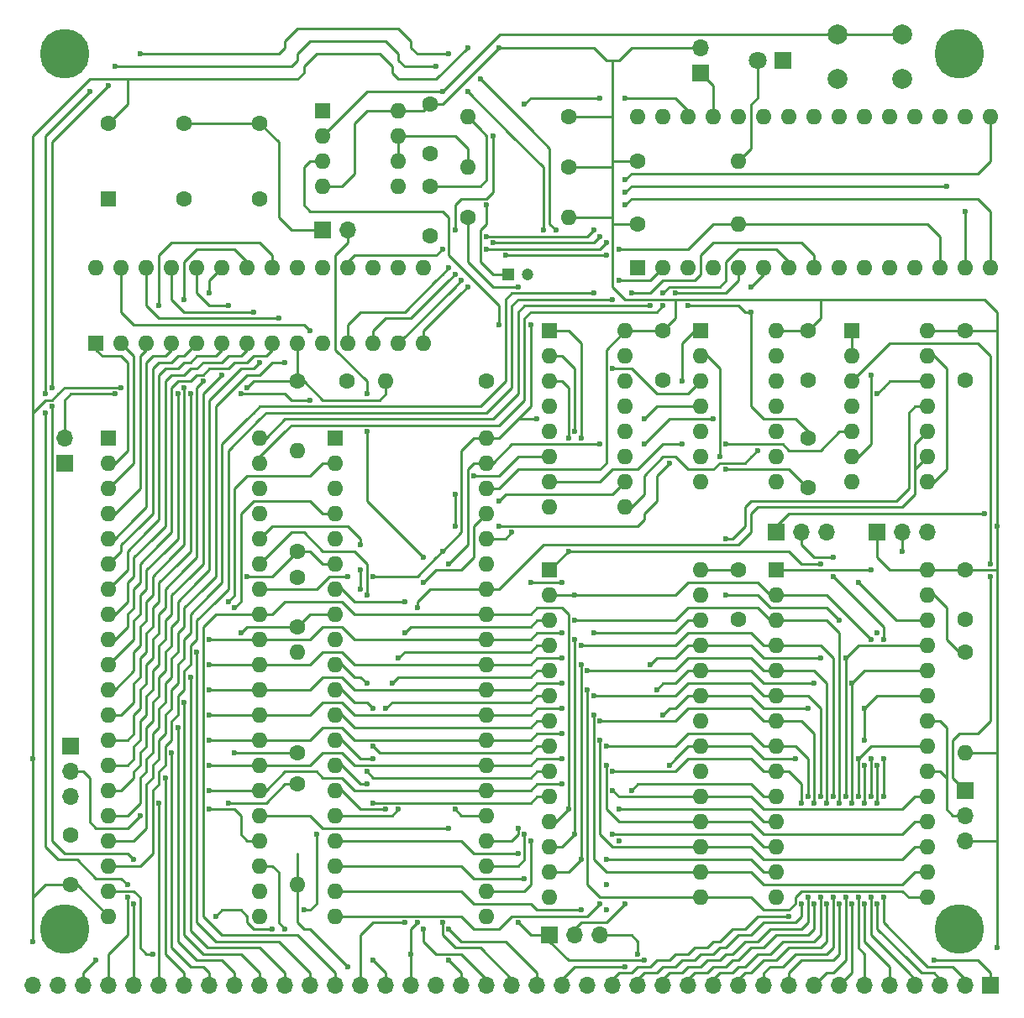
<source format=gtl>
G04 #@! TF.FileFunction,Copper,L1,Top,Signal*
%FSLAX46Y46*%
G04 Gerber Fmt 4.6, Leading zero omitted, Abs format (unit mm)*
G04 Created by KiCad (PCBNEW 4.0.7) date 02/09/19 14:23:45*
%MOMM*%
%LPD*%
G01*
G04 APERTURE LIST*
%ADD10C,0.100000*%
%ADD11R,1.600000X1.600000*%
%ADD12O,1.600000X1.600000*%
%ADD13C,1.600000*%
%ADD14R,1.700000X1.700000*%
%ADD15O,1.700000X1.700000*%
%ADD16C,2.000000*%
%ADD17R,1.200000X1.200000*%
%ADD18C,1.200000*%
%ADD19C,5.000000*%
%ADD20R,1.800000X1.800000*%
%ADD21C,1.800000*%
%ADD22C,0.600000*%
%ADD23C,0.250000*%
G04 APERTURE END LIST*
D10*
D11*
X147955000Y-82550000D03*
D12*
X163195000Y-130810000D03*
X147955000Y-85090000D03*
X163195000Y-128270000D03*
X147955000Y-87630000D03*
X163195000Y-125730000D03*
X147955000Y-90170000D03*
X163195000Y-123190000D03*
X147955000Y-92710000D03*
X163195000Y-120650000D03*
X147955000Y-95250000D03*
X163195000Y-118110000D03*
X147955000Y-97790000D03*
X163195000Y-115570000D03*
X147955000Y-100330000D03*
X163195000Y-113030000D03*
X147955000Y-102870000D03*
X163195000Y-110490000D03*
X147955000Y-105410000D03*
X163195000Y-107950000D03*
X147955000Y-107950000D03*
X163195000Y-105410000D03*
X147955000Y-110490000D03*
X163195000Y-102870000D03*
X147955000Y-113030000D03*
X163195000Y-100330000D03*
X147955000Y-115570000D03*
X163195000Y-97790000D03*
X147955000Y-118110000D03*
X163195000Y-95250000D03*
X147955000Y-120650000D03*
X163195000Y-92710000D03*
X147955000Y-123190000D03*
X163195000Y-90170000D03*
X147955000Y-125730000D03*
X163195000Y-87630000D03*
X147955000Y-128270000D03*
X163195000Y-85090000D03*
X147955000Y-130810000D03*
X163195000Y-82550000D03*
D13*
X144145000Y-101600000D03*
X144145000Y-96600000D03*
X188595000Y-95885000D03*
X188595000Y-100885000D03*
X211455000Y-95885000D03*
X211455000Y-100885000D03*
X211455000Y-71755000D03*
X211455000Y-76755000D03*
X157480000Y-57150000D03*
X157480000Y-62150000D03*
X195580000Y-71755000D03*
X195580000Y-76755000D03*
X121285000Y-127635000D03*
X121285000Y-122635000D03*
X144145000Y-76835000D03*
X149145000Y-76835000D03*
X157480000Y-48895000D03*
X157480000Y-53895000D03*
D11*
X178435000Y-65405000D03*
D12*
X211455000Y-50165000D03*
X180975000Y-65405000D03*
X208915000Y-50165000D03*
X183515000Y-65405000D03*
X206375000Y-50165000D03*
X186055000Y-65405000D03*
X203835000Y-50165000D03*
X188595000Y-65405000D03*
X201295000Y-50165000D03*
X191135000Y-65405000D03*
X198755000Y-50165000D03*
X193675000Y-65405000D03*
X196215000Y-50165000D03*
X196215000Y-65405000D03*
X193675000Y-50165000D03*
X198755000Y-65405000D03*
X191135000Y-50165000D03*
X201295000Y-65405000D03*
X188595000Y-50165000D03*
X203835000Y-65405000D03*
X186055000Y-50165000D03*
X206375000Y-65405000D03*
X183515000Y-50165000D03*
X208915000Y-65405000D03*
X180975000Y-50165000D03*
X211455000Y-65405000D03*
X178435000Y-50165000D03*
X213995000Y-65405000D03*
X213995000Y-50165000D03*
D14*
X213995000Y-137795000D03*
D15*
X211455000Y-137795000D03*
X208915000Y-137795000D03*
X206375000Y-137795000D03*
X203835000Y-137795000D03*
X201295000Y-137795000D03*
X198755000Y-137795000D03*
X196215000Y-137795000D03*
X193675000Y-137795000D03*
X191135000Y-137795000D03*
X188595000Y-137795000D03*
X186055000Y-137795000D03*
X183515000Y-137795000D03*
X180975000Y-137795000D03*
X178435000Y-137795000D03*
X175895000Y-137795000D03*
X173355000Y-137795000D03*
X170815000Y-137795000D03*
X168275000Y-137795000D03*
X165735000Y-137795000D03*
X163195000Y-137795000D03*
X160655000Y-137795000D03*
X158115000Y-137795000D03*
X155575000Y-137795000D03*
X153035000Y-137795000D03*
X150495000Y-137795000D03*
X147955000Y-137795000D03*
X145415000Y-137795000D03*
X142875000Y-137795000D03*
X140335000Y-137795000D03*
X137795000Y-137795000D03*
X135255000Y-137795000D03*
X132715000Y-137795000D03*
X130175000Y-137795000D03*
X127635000Y-137795000D03*
X125095000Y-137795000D03*
X122555000Y-137795000D03*
X120015000Y-137795000D03*
X117475000Y-137795000D03*
D13*
X211455000Y-104140000D03*
D12*
X211455000Y-114300000D03*
D13*
X171450000Y-50165000D03*
D12*
X161290000Y-50165000D03*
D13*
X171450000Y-55245000D03*
D12*
X161290000Y-55245000D03*
D13*
X161290000Y-60325000D03*
D12*
X171450000Y-60325000D03*
D13*
X178435000Y-54610000D03*
D12*
X188595000Y-54610000D03*
D13*
X144145000Y-117475000D03*
D12*
X144145000Y-127635000D03*
D13*
X144145000Y-114300000D03*
D12*
X144145000Y-104140000D03*
D13*
X144145000Y-93980000D03*
D12*
X144145000Y-83820000D03*
D13*
X178435000Y-60960000D03*
D12*
X188595000Y-60960000D03*
D16*
X205105000Y-41855000D03*
X205105000Y-46355000D03*
X198605000Y-41855000D03*
X198605000Y-46355000D03*
D11*
X169545000Y-95885000D03*
D12*
X184785000Y-128905000D03*
X169545000Y-98425000D03*
X184785000Y-126365000D03*
X169545000Y-100965000D03*
X184785000Y-123825000D03*
X169545000Y-103505000D03*
X184785000Y-121285000D03*
X169545000Y-106045000D03*
X184785000Y-118745000D03*
X169545000Y-108585000D03*
X184785000Y-116205000D03*
X169545000Y-111125000D03*
X184785000Y-113665000D03*
X169545000Y-113665000D03*
X184785000Y-111125000D03*
X169545000Y-116205000D03*
X184785000Y-108585000D03*
X169545000Y-118745000D03*
X184785000Y-106045000D03*
X169545000Y-121285000D03*
X184785000Y-103505000D03*
X169545000Y-123825000D03*
X184785000Y-100965000D03*
X169545000Y-126365000D03*
X184785000Y-98425000D03*
X169545000Y-128905000D03*
X184785000Y-95885000D03*
D11*
X200025000Y-71755000D03*
D12*
X207645000Y-86995000D03*
X200025000Y-74295000D03*
X207645000Y-84455000D03*
X200025000Y-76835000D03*
X207645000Y-81915000D03*
X200025000Y-79375000D03*
X207645000Y-79375000D03*
X200025000Y-81915000D03*
X207645000Y-76835000D03*
X200025000Y-84455000D03*
X207645000Y-74295000D03*
X200025000Y-86995000D03*
X207645000Y-71755000D03*
D11*
X184785000Y-71755000D03*
D12*
X192405000Y-86995000D03*
X184785000Y-74295000D03*
X192405000Y-84455000D03*
X184785000Y-76835000D03*
X192405000Y-81915000D03*
X184785000Y-79375000D03*
X192405000Y-79375000D03*
X184785000Y-81915000D03*
X192405000Y-76835000D03*
X184785000Y-84455000D03*
X192405000Y-74295000D03*
X184785000Y-86995000D03*
X192405000Y-71755000D03*
D11*
X125095000Y-82550000D03*
D12*
X140335000Y-130810000D03*
X125095000Y-85090000D03*
X140335000Y-128270000D03*
X125095000Y-87630000D03*
X140335000Y-125730000D03*
X125095000Y-90170000D03*
X140335000Y-123190000D03*
X125095000Y-92710000D03*
X140335000Y-120650000D03*
X125095000Y-95250000D03*
X140335000Y-118110000D03*
X125095000Y-97790000D03*
X140335000Y-115570000D03*
X125095000Y-100330000D03*
X140335000Y-113030000D03*
X125095000Y-102870000D03*
X140335000Y-110490000D03*
X125095000Y-105410000D03*
X140335000Y-107950000D03*
X125095000Y-107950000D03*
X140335000Y-105410000D03*
X125095000Y-110490000D03*
X140335000Y-102870000D03*
X125095000Y-113030000D03*
X140335000Y-100330000D03*
X125095000Y-115570000D03*
X140335000Y-97790000D03*
X125095000Y-118110000D03*
X140335000Y-95250000D03*
X125095000Y-120650000D03*
X140335000Y-92710000D03*
X125095000Y-123190000D03*
X140335000Y-90170000D03*
X125095000Y-125730000D03*
X140335000Y-87630000D03*
X125095000Y-128270000D03*
X140335000Y-85090000D03*
X125095000Y-130810000D03*
X140335000Y-82550000D03*
D11*
X123825000Y-73025000D03*
D12*
X156845000Y-65405000D03*
X126365000Y-73025000D03*
X154305000Y-65405000D03*
X128905000Y-73025000D03*
X151765000Y-65405000D03*
X131445000Y-73025000D03*
X149225000Y-65405000D03*
X133985000Y-73025000D03*
X146685000Y-65405000D03*
X136525000Y-73025000D03*
X144145000Y-65405000D03*
X139065000Y-73025000D03*
X141605000Y-65405000D03*
X141605000Y-73025000D03*
X139065000Y-65405000D03*
X144145000Y-73025000D03*
X136525000Y-65405000D03*
X146685000Y-73025000D03*
X133985000Y-65405000D03*
X149225000Y-73025000D03*
X131445000Y-65405000D03*
X151765000Y-73025000D03*
X128905000Y-65405000D03*
X154305000Y-73025000D03*
X126365000Y-65405000D03*
X156845000Y-73025000D03*
X123825000Y-65405000D03*
D11*
X169545000Y-71755000D03*
D12*
X177165000Y-89535000D03*
X169545000Y-74295000D03*
X177165000Y-86995000D03*
X169545000Y-76835000D03*
X177165000Y-84455000D03*
X169545000Y-79375000D03*
X177165000Y-81915000D03*
X169545000Y-81915000D03*
X177165000Y-79375000D03*
X169545000Y-84455000D03*
X177165000Y-76835000D03*
X169545000Y-86995000D03*
X177165000Y-74295000D03*
X169545000Y-89535000D03*
X177165000Y-71755000D03*
D11*
X192405000Y-95885000D03*
D12*
X207645000Y-128905000D03*
X192405000Y-98425000D03*
X207645000Y-126365000D03*
X192405000Y-100965000D03*
X207645000Y-123825000D03*
X192405000Y-103505000D03*
X207645000Y-121285000D03*
X192405000Y-106045000D03*
X207645000Y-118745000D03*
X192405000Y-108585000D03*
X207645000Y-116205000D03*
X192405000Y-111125000D03*
X207645000Y-113665000D03*
X192405000Y-113665000D03*
X207645000Y-111125000D03*
X192405000Y-116205000D03*
X207645000Y-108585000D03*
X192405000Y-118745000D03*
X207645000Y-106045000D03*
X192405000Y-121285000D03*
X207645000Y-103505000D03*
X192405000Y-123825000D03*
X207645000Y-100965000D03*
X192405000Y-126365000D03*
X207645000Y-98425000D03*
X192405000Y-128905000D03*
X207645000Y-95885000D03*
D11*
X146685000Y-49530000D03*
D12*
X154305000Y-57150000D03*
X146685000Y-52070000D03*
X154305000Y-54610000D03*
X146685000Y-54610000D03*
X154305000Y-52070000D03*
X146685000Y-57150000D03*
X154305000Y-49530000D03*
D13*
X180975000Y-71755000D03*
X180975000Y-76755000D03*
D17*
X165354000Y-66040000D03*
D18*
X167354000Y-66040000D03*
D13*
X195580000Y-82550000D03*
X195580000Y-87550000D03*
D19*
X210820000Y-132080000D03*
X120650000Y-132080000D03*
X210820000Y-43815000D03*
X120650000Y-43815000D03*
D14*
X120650000Y-85090000D03*
D15*
X120650000Y-82550000D03*
D20*
X193040000Y-44450000D03*
D21*
X190500000Y-44450000D03*
D14*
X184785000Y-45720000D03*
D15*
X184785000Y-43180000D03*
D14*
X192405000Y-92075000D03*
D15*
X194945000Y-92075000D03*
X197485000Y-92075000D03*
D14*
X202565000Y-92075000D03*
D15*
X205105000Y-92075000D03*
X207645000Y-92075000D03*
D13*
X163195000Y-76835000D03*
D12*
X153035000Y-76835000D03*
D13*
X132715000Y-58420000D03*
X132715000Y-50800000D03*
D11*
X125095000Y-58420000D03*
D13*
X125095000Y-50800000D03*
X140335000Y-50800000D03*
X140335000Y-58420000D03*
D14*
X211455000Y-118110000D03*
D15*
X211455000Y-120650000D03*
X211455000Y-123190000D03*
D14*
X169545000Y-132715000D03*
D15*
X172085000Y-132715000D03*
X174625000Y-132715000D03*
D14*
X121285000Y-113665000D03*
D15*
X121285000Y-116205000D03*
X121285000Y-118745000D03*
D14*
X146685000Y-61595000D03*
D15*
X149225000Y-61595000D03*
D22*
X173990000Y-67945000D03*
X183515000Y-69215000D03*
X189865000Y-69850000D03*
X189865000Y-67310000D03*
X161290000Y-43180000D03*
X164465000Y-43180000D03*
X117475000Y-114935000D03*
X139065000Y-77470000D03*
X126365000Y-77470000D03*
X149225000Y-135890000D03*
X178435000Y-134620000D03*
X214630000Y-91440000D03*
X213360000Y-90170000D03*
X138430000Y-102235000D03*
X214630000Y-133985000D03*
X177165000Y-135890000D03*
X117475000Y-133350000D03*
X138430000Y-78105000D03*
X145415000Y-78740000D03*
X125730000Y-78105000D03*
X119380000Y-79375000D03*
X119380000Y-77470000D03*
X127635000Y-129540000D03*
X127635000Y-125095000D03*
X162560000Y-46355000D03*
X159385000Y-43815000D03*
X128270000Y-43815000D03*
X125095000Y-46990000D03*
X170180000Y-61595000D03*
X118745000Y-80010000D03*
X118745000Y-78105000D03*
X127000000Y-128905000D03*
X127000000Y-127635000D03*
X161290000Y-47625000D03*
X158115000Y-45085000D03*
X125730000Y-45085000D03*
X123190000Y-47625000D03*
X168910000Y-61595000D03*
X176530000Y-66675000D03*
X182245000Y-67945000D03*
X180975000Y-69215000D03*
X180975000Y-67945000D03*
X179705000Y-69215000D03*
X177800000Y-67945000D03*
X175895000Y-68580000D03*
X158750000Y-63500000D03*
X160020000Y-61595000D03*
X163830000Y-52070000D03*
X167005000Y-48895000D03*
X174625000Y-48260000D03*
X177165000Y-48260000D03*
X175260000Y-64135000D03*
X176530000Y-63500000D03*
X159385000Y-65405000D03*
X165100000Y-64135000D03*
X160655000Y-66675000D03*
X163830000Y-62865000D03*
X177165000Y-57785000D03*
X174625000Y-62230000D03*
X211455000Y-59690000D03*
X209550000Y-57150000D03*
X175260000Y-62865000D03*
X177165000Y-59055000D03*
X163195000Y-63500000D03*
X161290000Y-67310000D03*
X160020000Y-66040000D03*
X163195000Y-62230000D03*
X177165000Y-56515000D03*
X173990000Y-61595000D03*
X166370000Y-131445000D03*
X179070000Y-135255000D03*
X208280000Y-135255000D03*
X160020000Y-120015000D03*
X160020000Y-91440000D03*
X160020000Y-88265000D03*
X161925000Y-86360000D03*
X198120000Y-96520000D03*
X196850000Y-95250000D03*
X203200000Y-118745000D03*
X203200000Y-114935000D03*
X203200000Y-128905000D03*
X203200000Y-102870000D03*
X171450000Y-82550000D03*
X171450000Y-93980000D03*
X166370000Y-121920000D03*
X202565000Y-119380000D03*
X202565000Y-115570000D03*
X202565000Y-129540000D03*
X202565000Y-102235000D03*
X187325000Y-98425000D03*
X198755000Y-100965000D03*
X173990000Y-102235000D03*
X172085000Y-81915000D03*
X170815000Y-97155000D03*
X167005000Y-122555000D03*
X167640000Y-97155000D03*
X201930000Y-118745000D03*
X201930000Y-114935000D03*
X201930000Y-128905000D03*
X201930000Y-102870000D03*
X172720000Y-82550000D03*
X172085000Y-98425000D03*
X167640000Y-123190000D03*
X201295000Y-113030000D03*
X201295000Y-115570000D03*
X201295000Y-119380000D03*
X201295000Y-129540000D03*
X174625000Y-129540000D03*
X180975000Y-110490000D03*
X201295000Y-109855000D03*
X195580000Y-109855000D03*
X200660000Y-118745000D03*
X200660000Y-128905000D03*
X172720000Y-130175000D03*
X175260000Y-130175000D03*
X181610000Y-115570000D03*
X200660000Y-114935000D03*
X194310000Y-114935000D03*
X200025000Y-119380000D03*
X200025000Y-129540000D03*
X175260000Y-127635000D03*
X180340000Y-107950000D03*
X167005000Y-127000000D03*
X196215000Y-107315000D03*
X200025000Y-107315000D03*
X199390000Y-118745000D03*
X199390000Y-128905000D03*
X176530000Y-123190000D03*
X179705000Y-105410000D03*
X166370000Y-124460000D03*
X196850000Y-104775000D03*
X199390000Y-104775000D03*
X198755000Y-119380000D03*
X198755000Y-129540000D03*
X172085000Y-100965000D03*
X154305000Y-120015000D03*
X154940000Y-102235000D03*
X198120000Y-128905000D03*
X198120000Y-118745000D03*
X153035000Y-120015000D03*
X154305000Y-104775000D03*
X172720000Y-103505000D03*
X197485000Y-119380000D03*
X197485000Y-129540000D03*
X151130000Y-117475000D03*
X153670000Y-107315000D03*
X173355000Y-106045000D03*
X146050000Y-122555000D03*
X144780000Y-130175000D03*
X196850000Y-118745000D03*
X196850000Y-128905000D03*
X151765000Y-114935000D03*
X153035000Y-109855000D03*
X173990000Y-108585000D03*
X196215000Y-119380000D03*
X196215000Y-129540000D03*
X174625000Y-111125000D03*
X195580000Y-118745000D03*
X195580000Y-128905000D03*
X151765000Y-109855000D03*
X151765000Y-113665000D03*
X175260000Y-113665000D03*
X194945000Y-119380000D03*
X194945000Y-129540000D03*
X151130000Y-98425000D03*
X151130000Y-107315000D03*
X151130000Y-116205000D03*
X175895000Y-116205000D03*
X193675000Y-130810000D03*
X150495000Y-97790000D03*
X150495000Y-93345000D03*
X150495000Y-95885000D03*
X151765000Y-119380000D03*
X177800000Y-118110000D03*
X186055000Y-80645000D03*
X179070000Y-83185000D03*
X174625000Y-83185000D03*
X202565000Y-78105000D03*
X159385000Y-95250000D03*
X159385000Y-121920000D03*
X159385000Y-132080000D03*
X167640000Y-71120000D03*
X166370000Y-67310000D03*
X179070000Y-80645000D03*
X168275000Y-80645000D03*
X151765000Y-96520000D03*
X149225000Y-96520000D03*
X158750000Y-131445000D03*
X158750000Y-93980000D03*
X151130000Y-78105000D03*
X156845000Y-94615000D03*
X151130000Y-81915000D03*
X156845000Y-132080000D03*
X156845000Y-97155000D03*
X137795000Y-114300000D03*
X159385000Y-135255000D03*
X137795000Y-99695000D03*
X156210000Y-99695000D03*
X156210000Y-131445000D03*
X155575000Y-134620000D03*
X137160000Y-119380000D03*
X151765000Y-135255000D03*
X137160000Y-99060000D03*
X154940000Y-99060000D03*
X154940000Y-131445000D03*
X171450000Y-120015000D03*
X176530000Y-120015000D03*
X170815000Y-102235000D03*
X172085000Y-102870000D03*
X172085000Y-122555000D03*
X175895000Y-122555000D03*
X133985000Y-104140000D03*
X135255000Y-102870000D03*
X172720000Y-125095000D03*
X175260000Y-125095000D03*
X172720000Y-105410000D03*
X170815000Y-104775000D03*
X133350000Y-106680000D03*
X135255000Y-105410000D03*
X170815000Y-107315000D03*
X173355000Y-107950000D03*
X132715000Y-109220000D03*
X135255000Y-107950000D03*
X173990000Y-110490000D03*
X170815000Y-109855000D03*
X132080000Y-111760000D03*
X135255000Y-110490000D03*
X174625000Y-113030000D03*
X170815000Y-112395000D03*
X135255000Y-113030000D03*
X131445000Y-114300000D03*
X175260000Y-115570000D03*
X170815000Y-114935000D03*
X130810000Y-116840000D03*
X135255000Y-115570000D03*
X170815000Y-117475000D03*
X175895000Y-118110000D03*
X130175000Y-119380000D03*
X135255000Y-118110000D03*
X139065000Y-96520000D03*
X123825000Y-135255000D03*
X200660000Y-97155000D03*
X198120000Y-94615000D03*
X201930000Y-95885000D03*
X205105000Y-93980000D03*
X142875000Y-132080000D03*
X164465000Y-88900000D03*
X213995000Y-96520000D03*
X213995000Y-95250000D03*
X201930000Y-76200000D03*
X130175000Y-69215000D03*
X132080000Y-78105000D03*
X132715000Y-68580000D03*
X132715000Y-77470000D03*
X135255000Y-67945000D03*
X133350000Y-78105000D03*
X137160000Y-69215000D03*
X134620000Y-76835000D03*
X139700000Y-69850000D03*
X136525000Y-76200000D03*
X142240000Y-70485000D03*
X140335000Y-74930000D03*
X142875000Y-74930000D03*
X145415000Y-71755000D03*
X187325000Y-92710000D03*
X190500000Y-83820000D03*
X187325000Y-83185000D03*
X182880000Y-83185000D03*
X175895000Y-75565000D03*
X164465000Y-71120000D03*
X182880000Y-76835000D03*
X181610000Y-85090000D03*
X141605000Y-132080000D03*
X135890000Y-130810000D03*
X129540000Y-134620000D03*
X164465000Y-91440000D03*
X158750000Y-47625000D03*
X163195000Y-59055000D03*
X187325000Y-85725000D03*
X186690000Y-84455000D03*
X165735000Y-92075000D03*
X177165000Y-129540000D03*
X128270000Y-120650000D03*
X135255000Y-120015000D03*
D23*
X189865000Y-69850000D02*
X189230000Y-69850000D01*
X165100000Y-76835000D02*
X165100000Y-68580000D01*
X165100000Y-68580000D02*
X165735000Y-67945000D01*
X165735000Y-67945000D02*
X173990000Y-67945000D01*
X149860000Y-79375000D02*
X162560000Y-79375000D01*
X140335000Y-79375000D02*
X149860000Y-79375000D01*
X136525000Y-83185000D02*
X139065000Y-80645000D01*
X136525000Y-97155000D02*
X136525000Y-83185000D01*
X133350000Y-102235000D02*
X133350000Y-100330000D01*
X127635000Y-123190000D02*
X128905000Y-121920000D01*
X128905000Y-121920000D02*
X128905000Y-117475000D01*
X127635000Y-123190000D02*
X125095000Y-123190000D01*
X132080000Y-107315000D02*
X132080000Y-105410000D01*
X131445000Y-107950000D02*
X132080000Y-107315000D01*
X129540000Y-116840000D02*
X129540000Y-115570000D01*
X129540000Y-115570000D02*
X130175000Y-114935000D01*
X130175000Y-114935000D02*
X130175000Y-113030000D01*
X130175000Y-113030000D02*
X130810000Y-112395000D01*
X130810000Y-112395000D02*
X130810000Y-111125000D01*
X130810000Y-111125000D02*
X130810000Y-110490000D01*
X130810000Y-110490000D02*
X131445000Y-109855000D01*
X131445000Y-109855000D02*
X131445000Y-107950000D01*
X128905000Y-117475000D02*
X129540000Y-116840000D01*
X132715000Y-104775000D02*
X132715000Y-102870000D01*
X132715000Y-102870000D02*
X133350000Y-102235000D01*
X132080000Y-105410000D02*
X132715000Y-104775000D01*
X133350000Y-100330000D02*
X135255000Y-98425000D01*
X135255000Y-98425000D02*
X136525000Y-97155000D01*
X139065000Y-80645000D02*
X139700000Y-80010000D01*
X139700000Y-80010000D02*
X140335000Y-79375000D01*
X162560000Y-79375000D02*
X165100000Y-76835000D01*
X188595000Y-69215000D02*
X183515000Y-69215000D01*
X189230000Y-69850000D02*
X188595000Y-69215000D01*
X195580000Y-82550000D02*
X195580000Y-81915000D01*
X195580000Y-81915000D02*
X194310000Y-80645000D01*
X194310000Y-80645000D02*
X191135000Y-80645000D01*
X191135000Y-80645000D02*
X189865000Y-79375000D01*
X189865000Y-79375000D02*
X189865000Y-69850000D01*
X189865000Y-67310000D02*
X191135000Y-66040000D01*
X191135000Y-66040000D02*
X191135000Y-65405000D01*
X157480000Y-48895000D02*
X158750000Y-48895000D01*
X158750000Y-48895000D02*
X164465000Y-43180000D01*
X154305000Y-49530000D02*
X156845000Y-49530000D01*
X156845000Y-49530000D02*
X157480000Y-48895000D01*
X146050000Y-43815000D02*
X144780000Y-45085000D01*
X146050000Y-43815000D02*
X152400000Y-43815000D01*
X152400000Y-43815000D02*
X153670000Y-45085000D01*
X153670000Y-45085000D02*
X153670000Y-45720000D01*
X153670000Y-45720000D02*
X154305000Y-46355000D01*
X154305000Y-46355000D02*
X154940000Y-46355000D01*
X161290000Y-43180000D02*
X158115000Y-46355000D01*
X154940000Y-46355000D02*
X158115000Y-46355000D01*
X139700000Y-46355000D02*
X142240000Y-46355000D01*
X139700000Y-46355000D02*
X127000000Y-46355000D01*
X142875000Y-46355000D02*
X142240000Y-46355000D01*
X144780000Y-45085000D02*
X144780000Y-45720000D01*
X144780000Y-45720000D02*
X144145000Y-46355000D01*
X144145000Y-46355000D02*
X142875000Y-46355000D01*
X144145000Y-76835000D02*
X140970000Y-76835000D01*
X139700000Y-76835000D02*
X139065000Y-77470000D01*
X140970000Y-76835000D02*
X139700000Y-76835000D01*
X120015000Y-78105000D02*
X119380000Y-78740000D01*
X120650000Y-77470000D02*
X120015000Y-78105000D01*
X121285000Y-77470000D02*
X120650000Y-77470000D01*
X126365000Y-77470000D02*
X121285000Y-77470000D01*
X117475000Y-80010000D02*
X118745000Y-78740000D01*
X119380000Y-78740000D02*
X118745000Y-78740000D01*
X144145000Y-127635000D02*
X144145000Y-131445000D01*
X145415000Y-132080000D02*
X149225000Y-135890000D01*
X144145000Y-131445000D02*
X144780000Y-132080000D01*
X144780000Y-132080000D02*
X145415000Y-132080000D01*
X174625000Y-132715000D02*
X177800000Y-132715000D01*
X178435000Y-133350000D02*
X178435000Y-134620000D01*
X177800000Y-132715000D02*
X178435000Y-133350000D01*
X211455000Y-123190000D02*
X214630000Y-123190000D01*
X127000000Y-46355000D02*
X127000000Y-48895000D01*
X127000000Y-48895000D02*
X125095000Y-50800000D01*
X117475000Y-82550000D02*
X117475000Y-80010000D01*
X117475000Y-80010000D02*
X117475000Y-52070000D01*
X117475000Y-52070000D02*
X123190000Y-46355000D01*
X123190000Y-46355000D02*
X125095000Y-46355000D01*
X125095000Y-46355000D02*
X127000000Y-46355000D01*
X117475000Y-83820000D02*
X117475000Y-82550000D01*
X164465000Y-43180000D02*
X173990000Y-43180000D01*
X175260000Y-44450000D02*
X173990000Y-43180000D01*
X175895000Y-44450000D02*
X175260000Y-44450000D01*
X144145000Y-76835000D02*
X144780000Y-76835000D01*
X144780000Y-76835000D02*
X146685000Y-78740000D01*
X153035000Y-78105000D02*
X153035000Y-76835000D01*
X152400000Y-78740000D02*
X153035000Y-78105000D01*
X146685000Y-78740000D02*
X152400000Y-78740000D01*
X202565000Y-92075000D02*
X202565000Y-94615000D01*
X202565000Y-94615000D02*
X203835000Y-95885000D01*
X203835000Y-95885000D02*
X207645000Y-95885000D01*
X201295000Y-90170000D02*
X213360000Y-90170000D01*
X163195000Y-87630000D02*
X164465000Y-87630000D01*
X175260000Y-73660000D02*
X177165000Y-71755000D01*
X175260000Y-85090000D02*
X175260000Y-73660000D01*
X174625000Y-85725000D02*
X175260000Y-85090000D01*
X166370000Y-85725000D02*
X174625000Y-85725000D01*
X164465000Y-87630000D02*
X166370000Y-85725000D01*
X192405000Y-92075000D02*
X192405000Y-91440000D01*
X192405000Y-91440000D02*
X193675000Y-90170000D01*
X193675000Y-90170000D02*
X201295000Y-90170000D01*
X139065000Y-101600000D02*
X144145000Y-101600000D01*
X138430000Y-102235000D02*
X139065000Y-101600000D01*
X144145000Y-127635000D02*
X144145000Y-124460000D01*
X144145000Y-101600000D02*
X145415000Y-100330000D01*
X145415000Y-100330000D02*
X147955000Y-100330000D01*
X121285000Y-127635000D02*
X121920000Y-127635000D01*
X121920000Y-127635000D02*
X125095000Y-130810000D01*
X121285000Y-127635000D02*
X118745000Y-127635000D01*
X118745000Y-127635000D02*
X117475000Y-128905000D01*
X170815000Y-137795000D02*
X170815000Y-137160000D01*
X170815000Y-137160000D02*
X172085000Y-135890000D01*
X214630000Y-118745000D02*
X214630000Y-114300000D01*
X214630000Y-133985000D02*
X214630000Y-123190000D01*
X214630000Y-123190000D02*
X214630000Y-118745000D01*
X172085000Y-135890000D02*
X177165000Y-135890000D01*
X117475000Y-106045000D02*
X117475000Y-105410000D01*
X117475000Y-127635000D02*
X117475000Y-114935000D01*
X117475000Y-114935000D02*
X117475000Y-106045000D01*
X117475000Y-128905000D02*
X117475000Y-127635000D01*
X117475000Y-105410000D02*
X117475000Y-104140000D01*
X117475000Y-95885000D02*
X117475000Y-83820000D01*
X117475000Y-104140000D02*
X117475000Y-97155000D01*
X117475000Y-97155000D02*
X117475000Y-95885000D01*
X171450000Y-60325000D02*
X175895000Y-60325000D01*
X175895000Y-60325000D02*
X175895000Y-59690000D01*
X171450000Y-55245000D02*
X175895000Y-55245000D01*
X171450000Y-50165000D02*
X175895000Y-50165000D01*
X146685000Y-57150000D02*
X148590000Y-57150000D01*
X151130000Y-49530000D02*
X154305000Y-49530000D01*
X149860000Y-50800000D02*
X151130000Y-49530000D01*
X149860000Y-55880000D02*
X149860000Y-50800000D01*
X148590000Y-57150000D02*
X149860000Y-55880000D01*
X175895000Y-44450000D02*
X176530000Y-44450000D01*
X176530000Y-44450000D02*
X177800000Y-43180000D01*
X117475000Y-133350000D02*
X117475000Y-128905000D01*
X211455000Y-114300000D02*
X214630000Y-114300000D01*
X144145000Y-76835000D02*
X144145000Y-73025000D01*
X178435000Y-60960000D02*
X175895000Y-60960000D01*
X178435000Y-54610000D02*
X175895000Y-54610000D01*
X211455000Y-95885000D02*
X214630000Y-95885000D01*
X214630000Y-114300000D02*
X214630000Y-95885000D01*
X214630000Y-95885000D02*
X214630000Y-91440000D01*
X214630000Y-91440000D02*
X214630000Y-82550000D01*
X214630000Y-82550000D02*
X214630000Y-71755000D01*
X211455000Y-71755000D02*
X214630000Y-71755000D01*
X196850000Y-68580000D02*
X196850000Y-69215000D01*
X196850000Y-69215000D02*
X196850000Y-70485000D01*
X196850000Y-70485000D02*
X195580000Y-71755000D01*
X207645000Y-71755000D02*
X211455000Y-71755000D01*
X197485000Y-68580000D02*
X213360000Y-68580000D01*
X196850000Y-68580000D02*
X197485000Y-68580000D01*
X213360000Y-68580000D02*
X214630000Y-69850000D01*
X214630000Y-69850000D02*
X214630000Y-71755000D01*
X195580000Y-71755000D02*
X192405000Y-71755000D01*
X182245000Y-68580000D02*
X195580000Y-68580000D01*
X195580000Y-68580000D02*
X196850000Y-68580000D01*
X180975000Y-71755000D02*
X182245000Y-70485000D01*
X175895000Y-44450000D02*
X175895000Y-50165000D01*
X175895000Y-50165000D02*
X175895000Y-54610000D01*
X175895000Y-54610000D02*
X175895000Y-55245000D01*
X175895000Y-55245000D02*
X175895000Y-59690000D01*
X175895000Y-59690000D02*
X175895000Y-60960000D01*
X175895000Y-60960000D02*
X175895000Y-67310000D01*
X175895000Y-67310000D02*
X177165000Y-68580000D01*
X177165000Y-68580000D02*
X179705000Y-68580000D01*
X177800000Y-43180000D02*
X184785000Y-43180000D01*
X182245000Y-68580000D02*
X179705000Y-68580000D01*
X182245000Y-70485000D02*
X182245000Y-68580000D01*
X177165000Y-71755000D02*
X180975000Y-71755000D01*
X207645000Y-95885000D02*
X211455000Y-95885000D01*
X184785000Y-95885000D02*
X188595000Y-95885000D01*
X190500000Y-44450000D02*
X190500000Y-48260000D01*
X189865000Y-53340000D02*
X188595000Y-54610000D01*
X189865000Y-48895000D02*
X189865000Y-53340000D01*
X190500000Y-48260000D02*
X189865000Y-48895000D01*
X142875000Y-78105000D02*
X143510000Y-78740000D01*
X138430000Y-78105000D02*
X142875000Y-78105000D01*
X145415000Y-78740000D02*
X144145000Y-78740000D01*
X143510000Y-78740000D02*
X144145000Y-78740000D01*
X120650000Y-78740000D02*
X120650000Y-80010000D01*
X121285000Y-78105000D02*
X120650000Y-78740000D01*
X125730000Y-78105000D02*
X121285000Y-78105000D01*
X120650000Y-80010000D02*
X120650000Y-80645000D01*
X120650000Y-82550000D02*
X120650000Y-80645000D01*
X167640000Y-51435000D02*
X169545000Y-53340000D01*
X142240000Y-43815000D02*
X142875000Y-43180000D01*
X142875000Y-43180000D02*
X142875000Y-42545000D01*
X142875000Y-42545000D02*
X144145000Y-41275000D01*
X144145000Y-41275000D02*
X154305000Y-41275000D01*
X154305000Y-41275000D02*
X155575000Y-42545000D01*
X155575000Y-42545000D02*
X155575000Y-43180000D01*
X155575000Y-43180000D02*
X156210000Y-43815000D01*
X156210000Y-43815000D02*
X159385000Y-43815000D01*
X128270000Y-43815000D02*
X139700000Y-43815000D01*
X119380000Y-63500000D02*
X119380000Y-52705000D01*
X119380000Y-77470000D02*
X119380000Y-63500000D01*
X119380000Y-88265000D02*
X119380000Y-123190000D01*
X127635000Y-125095000D02*
X127000000Y-124460000D01*
X127000000Y-124460000D02*
X120650000Y-124460000D01*
X120650000Y-124460000D02*
X119380000Y-123190000D01*
X127635000Y-137795000D02*
X127635000Y-133985000D01*
X127635000Y-133985000D02*
X127635000Y-129540000D01*
X119380000Y-88265000D02*
X119380000Y-79375000D01*
X167640000Y-51435000D02*
X162560000Y-46355000D01*
X119380000Y-52705000D02*
X125095000Y-46990000D01*
X139700000Y-43815000D02*
X142240000Y-43815000D01*
X169545000Y-60960000D02*
X170180000Y-61595000D01*
X169545000Y-53340000D02*
X169545000Y-60960000D01*
X165735000Y-52070000D02*
X168910000Y-55245000D01*
X154305000Y-44450000D02*
X154305000Y-43815000D01*
X154305000Y-43815000D02*
X153035000Y-42545000D01*
X153035000Y-42545000D02*
X145415000Y-42545000D01*
X145415000Y-42545000D02*
X144145000Y-43815000D01*
X144145000Y-43815000D02*
X144145000Y-44450000D01*
X144145000Y-44450000D02*
X143510000Y-45085000D01*
X143510000Y-45085000D02*
X139700000Y-45085000D01*
X118745000Y-63500000D02*
X118745000Y-52070000D01*
X118745000Y-78105000D02*
X118745000Y-63500000D01*
X118745000Y-94615000D02*
X118745000Y-123825000D01*
X127000000Y-132715000D02*
X127000000Y-129540000D01*
X127000000Y-129540000D02*
X127000000Y-128905000D01*
X127000000Y-127635000D02*
X126365000Y-127000000D01*
X126365000Y-127000000D02*
X123825000Y-127000000D01*
X123825000Y-127000000D02*
X121920000Y-125095000D01*
X121920000Y-125095000D02*
X120015000Y-125095000D01*
X120015000Y-125095000D02*
X118745000Y-123825000D01*
X125095000Y-137795000D02*
X125095000Y-134620000D01*
X125095000Y-134620000D02*
X125730000Y-133985000D01*
X125730000Y-133985000D02*
X127000000Y-132715000D01*
X118745000Y-94615000D02*
X118745000Y-80010000D01*
X165735000Y-52070000D02*
X161290000Y-47625000D01*
X154940000Y-45085000D02*
X158115000Y-45085000D01*
X125730000Y-45085000D02*
X139700000Y-45085000D01*
X118745000Y-52070000D02*
X123190000Y-47625000D01*
X154940000Y-45085000D02*
X154305000Y-44450000D01*
X168910000Y-55245000D02*
X168910000Y-61595000D01*
X179705000Y-66675000D02*
X176530000Y-66675000D01*
X180975000Y-65405000D02*
X179705000Y-66675000D01*
X170815000Y-69850000D02*
X180340000Y-69850000D01*
X167640000Y-69850000D02*
X167005000Y-70485000D01*
X164465000Y-81280000D02*
X167005000Y-78740000D01*
X167005000Y-78740000D02*
X167005000Y-70485000D01*
X142875000Y-81915000D02*
X143510000Y-81280000D01*
X140335000Y-84455000D02*
X141605000Y-83185000D01*
X141605000Y-83185000D02*
X142875000Y-81915000D01*
X143510000Y-81280000D02*
X149860000Y-81280000D01*
X149860000Y-81280000D02*
X164465000Y-81280000D01*
X170815000Y-69850000D02*
X167640000Y-69850000D01*
X188595000Y-66675000D02*
X188595000Y-65405000D01*
X187325000Y-67945000D02*
X188595000Y-66675000D01*
X182245000Y-67945000D02*
X187325000Y-67945000D01*
X180340000Y-69850000D02*
X180975000Y-69215000D01*
X140335000Y-85090000D02*
X140335000Y-84455000D01*
X170815000Y-69215000D02*
X179705000Y-69215000D01*
X166370000Y-71755000D02*
X166370000Y-69850000D01*
X166370000Y-69850000D02*
X167005000Y-69215000D01*
X167005000Y-69215000D02*
X170815000Y-69215000D01*
X163830000Y-80645000D02*
X166370000Y-78105000D01*
X140970000Y-82550000D02*
X142875000Y-80645000D01*
X142875000Y-80645000D02*
X149860000Y-80645000D01*
X149860000Y-80645000D02*
X163830000Y-80645000D01*
X166370000Y-78105000D02*
X166370000Y-71755000D01*
X192405000Y-63500000D02*
X193675000Y-64770000D01*
X188595000Y-63500000D02*
X192405000Y-63500000D01*
X187325000Y-64770000D02*
X188595000Y-63500000D01*
X187325000Y-66675000D02*
X187325000Y-64770000D01*
X186690000Y-67310000D02*
X187325000Y-66675000D01*
X181610000Y-67310000D02*
X186690000Y-67310000D01*
X180975000Y-67945000D02*
X181610000Y-67310000D01*
X193675000Y-64770000D02*
X193675000Y-65405000D01*
X140335000Y-82550000D02*
X140970000Y-82550000D01*
X170815000Y-68580000D02*
X175895000Y-68580000D01*
X165735000Y-69850000D02*
X165735000Y-69215000D01*
X165735000Y-69215000D02*
X166370000Y-68580000D01*
X166370000Y-68580000D02*
X170815000Y-68580000D01*
X165735000Y-71755000D02*
X165735000Y-77470000D01*
X163195000Y-80010000D02*
X165735000Y-77470000D01*
X140335000Y-80645000D02*
X140970000Y-80010000D01*
X137160000Y-97790000D02*
X137160000Y-83820000D01*
X133985000Y-102870000D02*
X133985000Y-100965000D01*
X128270000Y-125730000D02*
X129540000Y-124460000D01*
X129540000Y-124460000D02*
X129540000Y-118745000D01*
X125095000Y-125730000D02*
X128270000Y-125730000D01*
X132715000Y-107950000D02*
X132715000Y-106045000D01*
X132080000Y-108585000D02*
X132715000Y-107950000D01*
X129540000Y-118110000D02*
X130175000Y-117475000D01*
X130175000Y-117475000D02*
X130175000Y-116205000D01*
X130175000Y-116205000D02*
X130810000Y-115570000D01*
X130810000Y-115570000D02*
X130810000Y-113665000D01*
X130810000Y-113665000D02*
X131445000Y-113030000D01*
X131445000Y-113030000D02*
X131445000Y-111125000D01*
X131445000Y-111125000D02*
X132080000Y-110490000D01*
X132080000Y-110490000D02*
X132080000Y-108585000D01*
X129540000Y-118745000D02*
X129540000Y-118110000D01*
X133350000Y-105410000D02*
X133350000Y-103505000D01*
X133350000Y-103505000D02*
X133985000Y-102870000D01*
X132715000Y-106045000D02*
X133350000Y-105410000D01*
X133985000Y-100965000D02*
X135890000Y-99060000D01*
X135890000Y-99060000D02*
X137160000Y-97790000D01*
X137160000Y-83820000D02*
X140335000Y-80645000D01*
X140970000Y-80010000D02*
X149860000Y-80010000D01*
X149860000Y-80010000D02*
X163195000Y-80010000D01*
X165735000Y-71755000D02*
X165735000Y-69850000D01*
X196215000Y-64135000D02*
X196215000Y-65405000D01*
X194945000Y-62865000D02*
X196215000Y-64135000D01*
X186055000Y-62865000D02*
X194945000Y-62865000D01*
X184785000Y-64135000D02*
X186055000Y-62865000D01*
X184785000Y-66040000D02*
X184785000Y-64135000D01*
X184150000Y-66675000D02*
X184785000Y-66040000D01*
X181610000Y-66675000D02*
X184150000Y-66675000D01*
X180975000Y-66675000D02*
X181610000Y-66675000D01*
X179705000Y-67945000D02*
X180975000Y-66675000D01*
X177800000Y-67945000D02*
X179705000Y-67945000D01*
X163830000Y-52070000D02*
X163830000Y-57785000D01*
X158115000Y-64135000D02*
X149860000Y-64135000D01*
X149225000Y-64770000D02*
X149860000Y-64135000D01*
X158750000Y-63500000D02*
X158115000Y-64135000D01*
X160020000Y-59055000D02*
X160655000Y-58420000D01*
X160020000Y-61595000D02*
X160020000Y-59055000D01*
X162560000Y-58420000D02*
X160655000Y-58420000D01*
X167640000Y-48260000D02*
X167005000Y-48895000D01*
X168910000Y-48260000D02*
X167640000Y-48260000D01*
X170180000Y-48260000D02*
X168910000Y-48260000D01*
X174625000Y-48260000D02*
X170180000Y-48260000D01*
X182245000Y-48260000D02*
X177165000Y-48260000D01*
X182245000Y-48260000D02*
X183515000Y-49530000D01*
X163195000Y-58420000D02*
X162560000Y-58420000D01*
X163830000Y-57785000D02*
X163195000Y-58420000D01*
X183515000Y-50165000D02*
X183515000Y-49530000D01*
X149225000Y-64770000D02*
X149225000Y-65405000D01*
X167640000Y-64135000D02*
X165100000Y-64135000D01*
X167640000Y-64135000D02*
X175260000Y-64135000D01*
X176530000Y-63500000D02*
X183515000Y-63500000D01*
X183515000Y-63500000D02*
X186055000Y-60960000D01*
X188595000Y-60960000D02*
X186055000Y-60960000D01*
X158750000Y-66040000D02*
X159385000Y-65405000D01*
X158115000Y-66675000D02*
X154940000Y-69850000D01*
X158115000Y-66675000D02*
X158750000Y-66040000D01*
X150495000Y-69850000D02*
X149225000Y-71120000D01*
X154940000Y-69850000D02*
X150495000Y-69850000D01*
X149225000Y-71120000D02*
X149225000Y-73025000D01*
X188595000Y-60960000D02*
X207010000Y-60960000D01*
X208915000Y-62230000D02*
X208915000Y-65405000D01*
X207645000Y-60960000D02*
X208915000Y-62230000D01*
X207010000Y-60960000D02*
X207645000Y-60960000D01*
X180975000Y-57150000D02*
X209550000Y-57150000D01*
X177800000Y-57150000D02*
X180975000Y-57150000D01*
X163830000Y-62865000D02*
X173990000Y-62865000D01*
X154305000Y-73025000D02*
X160020000Y-67310000D01*
X160020000Y-67310000D02*
X160655000Y-66675000D01*
X173990000Y-62865000D02*
X174625000Y-62230000D01*
X177165000Y-57785000D02*
X177800000Y-57150000D01*
X211455000Y-59690000D02*
X211455000Y-65405000D01*
X180975000Y-58420000D02*
X212725000Y-58420000D01*
X174625000Y-63500000D02*
X175260000Y-62865000D01*
X177165000Y-59055000D02*
X177800000Y-58420000D01*
X177800000Y-58420000D02*
X180975000Y-58420000D01*
X160655000Y-67945000D02*
X161290000Y-67310000D01*
X156845000Y-71755000D02*
X160655000Y-67945000D01*
X156845000Y-73025000D02*
X156845000Y-71755000D01*
X163195000Y-63500000D02*
X174625000Y-63500000D01*
X213995000Y-59690000D02*
X213995000Y-65405000D01*
X212725000Y-58420000D02*
X213995000Y-59690000D01*
X180975000Y-55880000D02*
X212725000Y-55880000D01*
X177800000Y-55880000D02*
X180975000Y-55880000D01*
X163195000Y-62230000D02*
X173355000Y-62230000D01*
X151765000Y-73025000D02*
X151765000Y-71755000D01*
X153035000Y-70485000D02*
X155575000Y-70485000D01*
X151765000Y-71755000D02*
X153035000Y-70485000D01*
X155575000Y-70485000D02*
X159385000Y-66675000D01*
X159385000Y-66675000D02*
X160020000Y-66040000D01*
X173355000Y-62230000D02*
X173990000Y-61595000D01*
X177165000Y-56515000D02*
X177800000Y-55880000D01*
X213995000Y-54610000D02*
X213995000Y-50165000D01*
X212725000Y-55880000D02*
X213995000Y-54610000D01*
X169545000Y-132715000D02*
X169545000Y-133350000D01*
X169545000Y-133350000D02*
X171450000Y-135255000D01*
X167640000Y-132715000D02*
X169545000Y-132715000D01*
X166370000Y-131445000D02*
X167640000Y-132715000D01*
X210185000Y-135255000D02*
X208280000Y-135255000D01*
X213995000Y-136525000D02*
X212725000Y-135255000D01*
X212725000Y-135255000D02*
X210185000Y-135255000D01*
X213995000Y-136525000D02*
X213995000Y-137795000D01*
X171450000Y-135255000D02*
X179070000Y-135255000D01*
X169545000Y-84455000D02*
X166370000Y-84455000D01*
X160655000Y-120650000D02*
X160020000Y-120015000D01*
X160655000Y-120650000D02*
X163195000Y-120650000D01*
X160020000Y-88265000D02*
X160020000Y-91440000D01*
X164465000Y-86360000D02*
X161925000Y-86360000D01*
X166370000Y-84455000D02*
X164465000Y-86360000D01*
X203200000Y-128905000D02*
X203200000Y-131445000D01*
X195580000Y-95250000D02*
X194945000Y-95250000D01*
X203200000Y-101600000D02*
X198120000Y-96520000D01*
X196850000Y-95250000D02*
X195580000Y-95250000D01*
X206375000Y-134620000D02*
X207645000Y-135890000D01*
X211455000Y-137160000D02*
X210185000Y-135890000D01*
X207645000Y-135890000D02*
X210185000Y-135890000D01*
X203200000Y-118745000D02*
X203200000Y-114935000D01*
X203200000Y-102870000D02*
X203200000Y-101600000D01*
X193675000Y-93980000D02*
X182880000Y-93980000D01*
X194945000Y-95250000D02*
X193675000Y-93980000D01*
X182880000Y-93980000D02*
X171450000Y-93980000D01*
X203200000Y-131445000D02*
X206375000Y-134620000D01*
X165100000Y-123190000D02*
X165735000Y-123190000D01*
X166370000Y-122555000D02*
X166370000Y-121920000D01*
X165735000Y-123190000D02*
X166370000Y-122555000D01*
X169545000Y-76835000D02*
X170815000Y-76835000D01*
X170815000Y-76835000D02*
X171450000Y-77470000D01*
X171450000Y-77470000D02*
X171450000Y-82550000D01*
X171450000Y-93980000D02*
X169545000Y-95885000D01*
X163195000Y-123190000D02*
X165100000Y-123190000D01*
X211455000Y-137160000D02*
X211455000Y-137795000D01*
X202565000Y-129540000D02*
X202565000Y-132080000D01*
X208915000Y-137160000D02*
X208280000Y-136525000D01*
X208280000Y-136525000D02*
X207010000Y-136525000D01*
X207010000Y-136525000D02*
X205740000Y-135255000D01*
X202565000Y-115570000D02*
X202565000Y-119380000D01*
X187325000Y-98425000D02*
X190500000Y-98425000D01*
X190500000Y-98425000D02*
X191770000Y-99695000D01*
X191770000Y-99695000D02*
X197485000Y-99695000D01*
X197485000Y-99695000D02*
X198755000Y-100965000D01*
X202565000Y-132080000D02*
X205740000Y-135255000D01*
X165735000Y-125730000D02*
X166370000Y-125730000D01*
X167005000Y-125095000D02*
X167005000Y-124460000D01*
X166370000Y-125730000D02*
X167005000Y-125095000D01*
X183515000Y-100965000D02*
X182245000Y-102235000D01*
X182245000Y-102235000D02*
X173990000Y-102235000D01*
X184785000Y-100965000D02*
X183515000Y-100965000D01*
X169545000Y-74295000D02*
X170815000Y-74295000D01*
X172085000Y-75565000D02*
X172085000Y-81915000D01*
X170815000Y-74295000D02*
X172085000Y-75565000D01*
X170815000Y-97155000D02*
X168275000Y-97155000D01*
X167005000Y-124460000D02*
X167005000Y-122555000D01*
X168275000Y-97155000D02*
X167640000Y-97155000D01*
X165735000Y-125730000D02*
X163195000Y-125730000D01*
X208915000Y-137795000D02*
X208915000Y-137160000D01*
X206375000Y-137795000D02*
X206375000Y-137160000D01*
X206375000Y-137160000D02*
X205740000Y-136525000D01*
X201930000Y-128905000D02*
X201930000Y-132715000D01*
X192405000Y-98425000D02*
X197485000Y-98425000D01*
X197485000Y-98425000D02*
X201930000Y-102870000D01*
X201930000Y-114935000D02*
X201930000Y-118745000D01*
X201930000Y-132715000D02*
X205740000Y-136525000D01*
X166370000Y-128270000D02*
X167005000Y-128270000D01*
X167640000Y-127635000D02*
X167640000Y-127000000D01*
X167005000Y-128270000D02*
X167640000Y-127635000D01*
X171450000Y-71755000D02*
X172720000Y-73025000D01*
X172720000Y-73025000D02*
X172720000Y-82550000D01*
X169545000Y-71755000D02*
X171450000Y-71755000D01*
X192405000Y-98425000D02*
X191770000Y-98425000D01*
X191770000Y-98425000D02*
X190500000Y-97155000D01*
X182245000Y-98425000D02*
X172085000Y-98425000D01*
X172085000Y-98425000D02*
X169545000Y-98425000D01*
X183515000Y-97155000D02*
X182245000Y-98425000D01*
X190500000Y-97155000D02*
X183515000Y-97155000D01*
X163195000Y-128270000D02*
X166370000Y-128270000D01*
X167640000Y-127000000D02*
X167640000Y-123190000D01*
X201295000Y-129540000D02*
X201295000Y-133350000D01*
X201295000Y-109855000D02*
X201295000Y-113030000D01*
X201295000Y-115570000D02*
X201295000Y-119380000D01*
X203835000Y-136525000D02*
X203835000Y-135890000D01*
X203835000Y-136525000D02*
X203835000Y-137795000D01*
X201295000Y-133350000D02*
X203835000Y-135890000D01*
X167005000Y-130810000D02*
X165735000Y-130810000D01*
X165735000Y-130810000D02*
X164465000Y-132080000D01*
X174625000Y-129540000D02*
X173355000Y-130810000D01*
X147955000Y-130810000D02*
X149225000Y-130810000D01*
X183515000Y-108585000D02*
X184785000Y-108585000D01*
X181610000Y-109855000D02*
X180975000Y-110490000D01*
X182245000Y-109855000D02*
X181610000Y-109855000D01*
X183515000Y-108585000D02*
X182245000Y-109855000D01*
X160655000Y-130810000D02*
X161925000Y-132080000D01*
X149225000Y-130810000D02*
X160655000Y-130810000D01*
X164465000Y-132080000D02*
X161925000Y-132080000D01*
X173355000Y-130810000D02*
X167005000Y-130810000D01*
X184785000Y-108585000D02*
X189865000Y-108585000D01*
X191135000Y-109855000D02*
X195580000Y-109855000D01*
X189865000Y-108585000D02*
X191135000Y-109855000D01*
X207645000Y-108585000D02*
X202565000Y-108585000D01*
X202565000Y-108585000D02*
X201295000Y-109855000D01*
X200660000Y-128905000D02*
X200660000Y-133985000D01*
X201295000Y-137795000D02*
X201295000Y-135890000D01*
X200660000Y-118745000D02*
X200660000Y-114935000D01*
X201295000Y-135890000D02*
X201295000Y-134620000D01*
X200660000Y-133985000D02*
X201295000Y-134620000D01*
X147955000Y-128270000D02*
X160655000Y-128270000D01*
X168275000Y-130175000D02*
X172720000Y-130175000D01*
X167640000Y-129540000D02*
X168275000Y-130175000D01*
X161925000Y-129540000D02*
X167640000Y-129540000D01*
X160655000Y-128270000D02*
X161925000Y-129540000D01*
X184785000Y-113665000D02*
X183515000Y-113665000D01*
X183515000Y-113665000D02*
X182245000Y-114935000D01*
X182245000Y-114935000D02*
X181610000Y-115570000D01*
X184785000Y-113665000D02*
X189865000Y-113665000D01*
X191135000Y-114935000D02*
X189865000Y-113665000D01*
X194310000Y-114935000D02*
X191135000Y-114935000D01*
X207645000Y-113665000D02*
X201930000Y-113665000D01*
X201930000Y-113665000D02*
X200660000Y-114935000D01*
X200025000Y-129540000D02*
X200025000Y-136525000D01*
X198755000Y-137795000D02*
X200025000Y-136525000D01*
X200025000Y-119380000D02*
X200025000Y-107315000D01*
X183515000Y-106045000D02*
X184785000Y-106045000D01*
X180975000Y-107315000D02*
X180340000Y-107950000D01*
X182245000Y-107315000D02*
X180975000Y-107315000D01*
X183515000Y-106045000D02*
X182245000Y-107315000D01*
X160655000Y-125730000D02*
X161925000Y-127000000D01*
X161925000Y-127000000D02*
X167005000Y-127000000D01*
X160655000Y-125730000D02*
X147955000Y-125730000D01*
X184785000Y-106045000D02*
X189865000Y-106045000D01*
X189865000Y-106045000D02*
X191135000Y-107315000D01*
X191135000Y-107315000D02*
X196215000Y-107315000D01*
X207645000Y-106045000D02*
X201930000Y-106045000D01*
X201295000Y-106045000D02*
X200025000Y-107315000D01*
X201930000Y-106045000D02*
X201295000Y-106045000D01*
X199390000Y-128905000D02*
X199390000Y-135255000D01*
X198120000Y-136525000D02*
X197485000Y-136525000D01*
X199390000Y-135255000D02*
X198120000Y-136525000D01*
X196215000Y-137795000D02*
X197485000Y-136525000D01*
X199390000Y-118745000D02*
X199390000Y-104775000D01*
X183515000Y-103505000D02*
X184785000Y-103505000D01*
X180340000Y-104775000D02*
X179705000Y-105410000D01*
X182245000Y-104775000D02*
X180340000Y-104775000D01*
X183515000Y-103505000D02*
X182245000Y-104775000D01*
X160655000Y-123190000D02*
X161925000Y-124460000D01*
X160655000Y-123190000D02*
X147955000Y-123190000D01*
X166370000Y-124460000D02*
X161925000Y-124460000D01*
X184785000Y-103505000D02*
X189865000Y-103505000D01*
X189865000Y-103505000D02*
X191135000Y-104775000D01*
X191135000Y-104775000D02*
X196850000Y-104775000D01*
X200660000Y-103505000D02*
X199390000Y-104775000D01*
X207645000Y-103505000D02*
X200660000Y-103505000D01*
X193675000Y-137795000D02*
X193675000Y-136525000D01*
X197485000Y-100965000D02*
X192405000Y-100965000D01*
X198755000Y-102235000D02*
X197485000Y-100965000D01*
X198755000Y-119380000D02*
X198755000Y-102235000D01*
X194945000Y-135255000D02*
X197485000Y-135255000D01*
X193675000Y-136525000D02*
X194945000Y-135255000D01*
X198120000Y-135255000D02*
X197485000Y-135255000D01*
X198755000Y-134620000D02*
X198120000Y-135255000D01*
X198755000Y-129540000D02*
X198755000Y-134620000D01*
X192405000Y-100965000D02*
X191770000Y-100965000D01*
X191770000Y-100965000D02*
X190500000Y-99695000D01*
X172085000Y-100965000D02*
X180340000Y-100965000D01*
X182245000Y-100965000D02*
X180340000Y-100965000D01*
X183515000Y-99695000D02*
X182245000Y-100965000D01*
X190500000Y-99695000D02*
X183515000Y-99695000D01*
X161925000Y-101600000D02*
X155575000Y-101600000D01*
X168275000Y-100965000D02*
X167640000Y-101600000D01*
X167640000Y-101600000D02*
X161925000Y-101600000D01*
X169545000Y-100965000D02*
X168275000Y-100965000D01*
X153670000Y-120650000D02*
X147955000Y-120650000D01*
X154305000Y-120015000D02*
X153670000Y-120650000D01*
X155575000Y-101600000D02*
X154940000Y-102235000D01*
X191135000Y-136525000D02*
X191770000Y-135890000D01*
X191770000Y-135890000D02*
X193040000Y-135890000D01*
X193040000Y-135890000D02*
X194310000Y-134620000D01*
X192405000Y-103505000D02*
X196850000Y-103505000D01*
X198120000Y-104775000D02*
X196850000Y-103505000D01*
X198120000Y-118745000D02*
X198120000Y-104775000D01*
X191135000Y-136525000D02*
X191135000Y-137795000D01*
X197485000Y-134620000D02*
X194310000Y-134620000D01*
X198120000Y-133985000D02*
X197485000Y-134620000D01*
X198120000Y-128905000D02*
X198120000Y-133985000D01*
X161925000Y-104140000D02*
X154940000Y-104140000D01*
X168275000Y-103505000D02*
X167640000Y-104140000D01*
X167640000Y-104140000D02*
X161925000Y-104140000D01*
X169545000Y-103505000D02*
X168275000Y-103505000D01*
X150495000Y-120015000D02*
X148590000Y-118110000D01*
X153035000Y-120015000D02*
X150495000Y-120015000D01*
X154940000Y-104140000D02*
X154305000Y-104775000D01*
X148590000Y-118110000D02*
X147955000Y-118110000D01*
X191135000Y-103505000D02*
X192405000Y-103505000D01*
X189865000Y-102235000D02*
X191135000Y-103505000D01*
X183515000Y-102235000D02*
X189865000Y-102235000D01*
X182245000Y-103505000D02*
X183515000Y-102235000D01*
X172720000Y-103505000D02*
X182245000Y-103505000D01*
X193675000Y-133985000D02*
X196850000Y-133985000D01*
X196215000Y-106045000D02*
X197485000Y-107315000D01*
X197485000Y-107315000D02*
X197485000Y-119380000D01*
X192405000Y-106045000D02*
X196215000Y-106045000D01*
X189230000Y-136525000D02*
X188595000Y-137160000D01*
X193675000Y-133985000D02*
X192405000Y-135255000D01*
X191135000Y-135255000D02*
X189865000Y-136525000D01*
X192405000Y-135255000D02*
X191135000Y-135255000D01*
X189865000Y-136525000D02*
X189230000Y-136525000D01*
X197485000Y-133350000D02*
X197485000Y-129540000D01*
X196850000Y-133985000D02*
X197485000Y-133350000D01*
X188595000Y-137160000D02*
X188595000Y-137795000D01*
X147955000Y-115570000D02*
X148590000Y-115570000D01*
X148590000Y-115570000D02*
X150495000Y-117475000D01*
X150495000Y-117475000D02*
X151130000Y-117475000D01*
X153670000Y-107315000D02*
X154305000Y-106680000D01*
X154305000Y-106680000D02*
X161925000Y-106680000D01*
X169545000Y-106045000D02*
X168275000Y-106045000D01*
X167640000Y-106680000D02*
X161925000Y-106680000D01*
X168275000Y-106045000D02*
X167640000Y-106680000D01*
X191135000Y-106045000D02*
X192405000Y-106045000D01*
X189865000Y-104775000D02*
X191135000Y-106045000D01*
X183515000Y-104775000D02*
X189865000Y-104775000D01*
X182245000Y-106045000D02*
X183515000Y-104775000D01*
X173355000Y-106045000D02*
X182245000Y-106045000D01*
X146050000Y-122555000D02*
X146050000Y-126365000D01*
X146050000Y-129540000D02*
X146050000Y-126365000D01*
X145415000Y-130175000D02*
X146050000Y-129540000D01*
X144780000Y-130175000D02*
X145415000Y-130175000D01*
X193040000Y-133350000D02*
X196215000Y-133350000D01*
X195580000Y-108585000D02*
X196850000Y-109855000D01*
X196850000Y-109855000D02*
X196850000Y-118745000D01*
X192405000Y-108585000D02*
X195580000Y-108585000D01*
X191770000Y-134620000D02*
X193040000Y-133350000D01*
X190500000Y-134620000D02*
X191770000Y-134620000D01*
X189230000Y-135890000D02*
X190500000Y-134620000D01*
X188595000Y-135890000D02*
X189230000Y-135890000D01*
X187960000Y-136525000D02*
X188595000Y-135890000D01*
X186690000Y-136525000D02*
X187960000Y-136525000D01*
X186690000Y-136525000D02*
X186055000Y-137160000D01*
X196850000Y-132715000D02*
X196850000Y-128905000D01*
X196215000Y-133350000D02*
X196850000Y-132715000D01*
X186055000Y-137795000D02*
X186055000Y-137160000D01*
X147955000Y-113030000D02*
X148590000Y-113030000D01*
X148590000Y-113030000D02*
X150495000Y-114935000D01*
X150495000Y-114935000D02*
X151765000Y-114935000D01*
X153035000Y-109855000D02*
X153670000Y-109220000D01*
X153670000Y-109220000D02*
X161925000Y-109220000D01*
X169545000Y-108585000D02*
X168275000Y-108585000D01*
X167640000Y-109220000D02*
X161925000Y-109220000D01*
X168275000Y-108585000D02*
X167640000Y-109220000D01*
X191135000Y-108585000D02*
X192405000Y-108585000D01*
X189865000Y-107315000D02*
X191135000Y-108585000D01*
X183515000Y-107315000D02*
X189865000Y-107315000D01*
X182245000Y-108585000D02*
X183515000Y-107315000D01*
X173990000Y-108585000D02*
X182245000Y-108585000D01*
X192405000Y-132715000D02*
X195580000Y-132715000D01*
X194945000Y-111125000D02*
X196215000Y-112395000D01*
X196215000Y-112395000D02*
X196215000Y-119380000D01*
X192405000Y-111125000D02*
X194945000Y-111125000D01*
X184150000Y-136525000D02*
X185420000Y-136525000D01*
X185420000Y-136525000D02*
X186055000Y-135890000D01*
X186055000Y-135890000D02*
X187325000Y-135890000D01*
X187325000Y-135890000D02*
X187960000Y-135255000D01*
X187960000Y-135255000D02*
X188595000Y-135255000D01*
X188595000Y-135255000D02*
X189865000Y-133985000D01*
X189865000Y-133985000D02*
X191135000Y-133985000D01*
X191135000Y-133985000D02*
X192405000Y-132715000D01*
X184150000Y-136525000D02*
X183515000Y-137160000D01*
X196215000Y-132080000D02*
X196215000Y-129540000D01*
X195580000Y-132715000D02*
X196215000Y-132080000D01*
X183515000Y-137795000D02*
X183515000Y-137160000D01*
X147955000Y-110490000D02*
X148590000Y-110490000D01*
X148590000Y-110490000D02*
X149860000Y-111760000D01*
X149860000Y-111760000D02*
X161925000Y-111760000D01*
X169545000Y-111125000D02*
X168275000Y-111125000D01*
X167640000Y-111760000D02*
X161925000Y-111760000D01*
X168275000Y-111125000D02*
X167640000Y-111760000D01*
X191135000Y-111125000D02*
X192405000Y-111125000D01*
X189865000Y-109855000D02*
X191135000Y-111125000D01*
X183515000Y-109855000D02*
X189865000Y-109855000D01*
X182245000Y-111125000D02*
X183515000Y-109855000D01*
X174625000Y-111125000D02*
X182245000Y-111125000D01*
X191770000Y-132080000D02*
X194945000Y-132080000D01*
X195580000Y-118745000D02*
X195580000Y-114935000D01*
X195580000Y-114935000D02*
X194310000Y-113665000D01*
X192405000Y-113665000D02*
X194310000Y-113665000D01*
X190500000Y-133350000D02*
X191770000Y-132080000D01*
X189230000Y-133350000D02*
X190500000Y-133350000D01*
X187960000Y-134620000D02*
X189230000Y-133350000D01*
X187325000Y-134620000D02*
X187960000Y-134620000D01*
X186690000Y-135255000D02*
X187325000Y-134620000D01*
X185420000Y-135255000D02*
X186690000Y-135255000D01*
X184785000Y-135890000D02*
X185420000Y-135255000D01*
X183515000Y-135890000D02*
X184785000Y-135890000D01*
X182880000Y-136525000D02*
X183515000Y-135890000D01*
X181610000Y-136525000D02*
X182880000Y-136525000D01*
X181610000Y-136525000D02*
X180975000Y-137160000D01*
X195580000Y-131445000D02*
X195580000Y-128905000D01*
X194945000Y-132080000D02*
X195580000Y-131445000D01*
X180975000Y-137795000D02*
X180975000Y-137160000D01*
X147955000Y-107950000D02*
X148590000Y-107950000D01*
X148590000Y-107950000D02*
X149860000Y-109220000D01*
X149860000Y-109220000D02*
X151130000Y-109220000D01*
X151130000Y-109220000D02*
X151765000Y-109855000D01*
X151765000Y-113665000D02*
X152400000Y-114300000D01*
X152400000Y-114300000D02*
X161925000Y-114300000D01*
X169545000Y-113665000D02*
X168275000Y-113665000D01*
X167640000Y-114300000D02*
X161925000Y-114300000D01*
X168275000Y-113665000D02*
X167640000Y-114300000D01*
X191135000Y-113665000D02*
X192405000Y-113665000D01*
X189865000Y-112395000D02*
X191135000Y-113665000D01*
X183515000Y-112395000D02*
X189865000Y-112395000D01*
X182245000Y-113665000D02*
X183515000Y-112395000D01*
X175260000Y-113665000D02*
X182245000Y-113665000D01*
X193675000Y-116205000D02*
X194945000Y-117475000D01*
X194945000Y-117475000D02*
X194945000Y-119380000D01*
X192405000Y-116205000D02*
X193675000Y-116205000D01*
X194310000Y-131445000D02*
X194945000Y-130810000D01*
X194945000Y-130810000D02*
X194945000Y-129540000D01*
X179070000Y-136525000D02*
X178435000Y-137160000D01*
X179070000Y-136525000D02*
X180340000Y-136525000D01*
X180340000Y-136525000D02*
X180975000Y-135890000D01*
X180975000Y-135890000D02*
X182245000Y-135890000D01*
X182245000Y-135890000D02*
X182880000Y-135255000D01*
X182880000Y-135255000D02*
X184150000Y-135255000D01*
X184150000Y-135255000D02*
X184785000Y-134620000D01*
X184785000Y-134620000D02*
X186055000Y-134620000D01*
X186055000Y-134620000D02*
X186690000Y-133985000D01*
X186690000Y-133985000D02*
X187325000Y-133985000D01*
X187325000Y-133985000D02*
X188595000Y-132715000D01*
X188595000Y-132715000D02*
X189865000Y-132715000D01*
X189865000Y-132715000D02*
X191135000Y-131445000D01*
X191135000Y-131445000D02*
X194310000Y-131445000D01*
X178435000Y-137795000D02*
X178435000Y-137160000D01*
X149860000Y-93980000D02*
X151130000Y-95250000D01*
X140335000Y-95250000D02*
X141605000Y-93980000D01*
X149860000Y-93980000D02*
X146685000Y-93980000D01*
X144780000Y-92075000D02*
X146685000Y-93980000D01*
X143510000Y-92075000D02*
X144780000Y-92075000D01*
X143510000Y-92075000D02*
X141605000Y-93980000D01*
X151130000Y-95250000D02*
X151130000Y-98425000D01*
X147955000Y-105410000D02*
X148590000Y-105410000D01*
X148590000Y-105410000D02*
X149860000Y-106680000D01*
X149860000Y-106680000D02*
X150495000Y-106680000D01*
X150495000Y-106680000D02*
X151130000Y-107315000D01*
X151130000Y-116205000D02*
X151765000Y-116840000D01*
X151765000Y-116840000D02*
X161925000Y-116840000D01*
X169545000Y-116205000D02*
X168275000Y-116205000D01*
X167640000Y-116840000D02*
X161925000Y-116840000D01*
X168275000Y-116205000D02*
X167640000Y-116840000D01*
X191135000Y-116205000D02*
X192405000Y-116205000D01*
X189865000Y-114935000D02*
X191135000Y-116205000D01*
X183515000Y-114935000D02*
X189865000Y-114935000D01*
X182245000Y-116205000D02*
X183515000Y-114935000D01*
X175895000Y-116205000D02*
X182245000Y-116205000D01*
X189230000Y-132080000D02*
X190500000Y-130810000D01*
X187960000Y-132080000D02*
X189230000Y-132080000D01*
X186690000Y-133350000D02*
X187960000Y-132080000D01*
X186055000Y-133350000D02*
X186690000Y-133350000D01*
X185420000Y-133985000D02*
X186055000Y-133350000D01*
X184150000Y-133985000D02*
X185420000Y-133985000D01*
X183515000Y-134620000D02*
X184150000Y-133985000D01*
X182245000Y-134620000D02*
X183515000Y-134620000D01*
X181610000Y-135255000D02*
X182245000Y-134620000D01*
X180340000Y-135255000D02*
X181610000Y-135255000D01*
X179705000Y-135890000D02*
X180340000Y-135255000D01*
X178435000Y-135890000D02*
X179705000Y-135890000D01*
X177800000Y-136525000D02*
X178435000Y-135890000D01*
X176530000Y-136525000D02*
X177800000Y-136525000D01*
X175895000Y-137160000D02*
X176530000Y-136525000D01*
X193675000Y-130810000D02*
X190500000Y-130810000D01*
X175895000Y-137795000D02*
X175895000Y-137160000D01*
X178435000Y-117475000D02*
X189865000Y-117475000D01*
X150495000Y-97790000D02*
X150495000Y-95885000D01*
X150495000Y-92710000D02*
X149225000Y-91440000D01*
X149225000Y-91440000D02*
X146050000Y-91440000D01*
X141605000Y-91440000D02*
X146050000Y-91440000D01*
X140335000Y-92710000D02*
X141605000Y-91440000D01*
X150495000Y-93345000D02*
X150495000Y-92710000D01*
X151765000Y-119380000D02*
X161925000Y-119380000D01*
X168275000Y-118745000D02*
X169545000Y-118745000D01*
X167640000Y-119380000D02*
X161925000Y-119380000D01*
X168275000Y-118745000D02*
X167640000Y-119380000D01*
X191135000Y-118745000D02*
X192405000Y-118745000D01*
X189865000Y-117475000D02*
X191135000Y-118745000D01*
X177800000Y-118110000D02*
X178435000Y-117475000D01*
X202565000Y-78105000D02*
X203200000Y-77470000D01*
X165735000Y-83185000D02*
X174625000Y-83185000D01*
X165735000Y-83185000D02*
X163830000Y-85090000D01*
X181610000Y-80645000D02*
X186055000Y-80645000D01*
X179070000Y-83185000D02*
X181610000Y-80645000D01*
X207645000Y-76835000D02*
X204470000Y-76835000D01*
X203835000Y-76835000D02*
X204470000Y-76835000D01*
X203200000Y-77470000D02*
X203835000Y-76835000D01*
X163195000Y-85090000D02*
X163830000Y-85090000D01*
X161290000Y-86360000D02*
X161290000Y-85725000D01*
X161290000Y-93345000D02*
X161290000Y-86360000D01*
X159385000Y-95250000D02*
X161290000Y-93345000D01*
X161925000Y-85090000D02*
X163195000Y-85090000D01*
X161290000Y-85725000D02*
X161925000Y-85090000D01*
X140335000Y-120650000D02*
X145415000Y-120650000D01*
X146685000Y-121920000D02*
X159385000Y-121920000D01*
X145415000Y-120650000D02*
X146685000Y-121920000D01*
X168275000Y-137795000D02*
X168275000Y-136525000D01*
X160655000Y-133350000D02*
X159385000Y-132080000D01*
X165100000Y-133350000D02*
X160655000Y-133350000D01*
X168275000Y-136525000D02*
X165100000Y-133350000D01*
X161290000Y-62865000D02*
X161290000Y-64770000D01*
X161290000Y-64770000D02*
X163195000Y-66675000D01*
X166370000Y-67310000D02*
X163830000Y-67310000D01*
X167640000Y-79375000D02*
X167640000Y-71120000D01*
X166370000Y-80645000D02*
X167640000Y-79375000D01*
X161290000Y-62865000D02*
X161290000Y-60325000D01*
X163830000Y-67310000D02*
X163195000Y-66675000D01*
X163195000Y-82550000D02*
X164465000Y-82550000D01*
X179070000Y-80645000D02*
X180340000Y-79375000D01*
X180340000Y-79375000D02*
X184785000Y-79375000D01*
X166370000Y-80645000D02*
X168275000Y-80645000D01*
X164465000Y-82550000D02*
X166370000Y-80645000D01*
X158750000Y-93980000D02*
X160655000Y-92075000D01*
X160655000Y-83820000D02*
X161925000Y-82550000D01*
X160655000Y-92075000D02*
X160655000Y-83820000D01*
X158750000Y-93980000D02*
X158115000Y-94615000D01*
X156210000Y-96520000D02*
X158115000Y-94615000D01*
X147320000Y-96520000D02*
X149225000Y-96520000D01*
X145415000Y-97790000D02*
X146050000Y-97790000D01*
X146050000Y-97790000D02*
X147320000Y-96520000D01*
X145415000Y-97790000D02*
X140335000Y-97790000D01*
X151765000Y-96520000D02*
X156210000Y-96520000D01*
X163195000Y-82550000D02*
X161925000Y-82550000D01*
X162560000Y-133985000D02*
X165735000Y-137160000D01*
X162560000Y-133985000D02*
X160020000Y-133985000D01*
X160020000Y-133985000D02*
X158750000Y-132715000D01*
X158750000Y-132715000D02*
X158750000Y-131445000D01*
X165735000Y-137795000D02*
X165735000Y-137160000D01*
X149225000Y-61595000D02*
X149225000Y-62865000D01*
X147955000Y-73660000D02*
X151130000Y-76835000D01*
X147955000Y-71755000D02*
X147955000Y-73660000D01*
X151130000Y-78105000D02*
X151130000Y-76835000D01*
X151130000Y-88900000D02*
X151130000Y-81915000D01*
X156845000Y-94615000D02*
X151130000Y-88900000D01*
X147955000Y-64135000D02*
X147955000Y-71755000D01*
X149225000Y-62865000D02*
X147955000Y-64135000D01*
X161925000Y-94615000D02*
X161925000Y-91440000D01*
X158115000Y-95885000D02*
X160655000Y-95885000D01*
X160655000Y-95885000D02*
X161925000Y-94615000D01*
X163195000Y-90170000D02*
X161925000Y-91440000D01*
X160655000Y-134620000D02*
X163195000Y-137160000D01*
X160655000Y-134620000D02*
X158115000Y-134620000D01*
X158115000Y-134620000D02*
X156845000Y-133350000D01*
X156845000Y-133350000D02*
X156845000Y-132080000D01*
X156845000Y-97155000D02*
X158115000Y-95885000D01*
X163195000Y-137795000D02*
X163195000Y-137160000D01*
X137795000Y-114300000D02*
X138430000Y-114300000D01*
X138430000Y-114300000D02*
X144145000Y-114300000D01*
X160655000Y-136525000D02*
X159385000Y-135255000D01*
X160655000Y-136525000D02*
X160655000Y-137795000D01*
X138430000Y-93980000D02*
X138430000Y-90170000D01*
X138430000Y-99060000D02*
X138430000Y-93980000D01*
X137795000Y-99695000D02*
X138430000Y-99060000D01*
X146685000Y-90170000D02*
X147955000Y-90170000D01*
X145415000Y-88900000D02*
X146685000Y-90170000D01*
X139700000Y-88900000D02*
X145415000Y-88900000D01*
X138430000Y-90170000D02*
X139700000Y-88900000D01*
X163195000Y-97790000D02*
X164465000Y-97790000D01*
X167640000Y-94615000D02*
X168910000Y-93345000D01*
X164465000Y-97790000D02*
X167640000Y-94615000D01*
X206375000Y-85725000D02*
X206375000Y-83185000D01*
X206375000Y-83185000D02*
X207645000Y-81915000D01*
X163195000Y-97790000D02*
X163830000Y-97790000D01*
X206375000Y-85725000D02*
X207645000Y-84455000D01*
X206375000Y-88265000D02*
X206375000Y-85725000D01*
X168910000Y-93345000D02*
X188595000Y-93345000D01*
X188595000Y-93345000D02*
X189865000Y-92075000D01*
X189865000Y-92075000D02*
X189865000Y-90170000D01*
X189865000Y-90170000D02*
X190500000Y-89535000D01*
X190500000Y-89535000D02*
X205105000Y-89535000D01*
X205105000Y-89535000D02*
X206375000Y-88265000D01*
X155575000Y-134620000D02*
X155575000Y-132080000D01*
X157480000Y-97790000D02*
X163195000Y-97790000D01*
X156210000Y-99060000D02*
X157480000Y-97790000D01*
X156210000Y-99695000D02*
X156210000Y-99060000D01*
X155575000Y-132080000D02*
X156210000Y-131445000D01*
X155575000Y-136525000D02*
X155575000Y-137795000D01*
X155575000Y-136525000D02*
X155575000Y-134620000D01*
X144145000Y-117475000D02*
X142875000Y-117475000D01*
X139065000Y-119380000D02*
X137160000Y-119380000D01*
X140970000Y-119380000D02*
X139065000Y-119380000D01*
X142875000Y-117475000D02*
X140970000Y-119380000D01*
X153035000Y-136525000D02*
X153035000Y-137795000D01*
X153035000Y-136525000D02*
X151765000Y-135255000D01*
X137795000Y-93980000D02*
X137795000Y-87630000D01*
X137795000Y-87630000D02*
X139065000Y-86360000D01*
X139065000Y-86360000D02*
X145415000Y-86360000D01*
X145415000Y-86360000D02*
X146685000Y-85090000D01*
X147955000Y-85090000D02*
X146685000Y-85090000D01*
X137160000Y-99060000D02*
X137795000Y-98425000D01*
X137795000Y-98425000D02*
X137795000Y-93980000D01*
X144145000Y-117475000D02*
X143510000Y-117475000D01*
X147955000Y-97790000D02*
X148590000Y-97790000D01*
X148590000Y-97790000D02*
X149860000Y-99060000D01*
X149860000Y-99060000D02*
X154940000Y-99060000D01*
X154940000Y-131445000D02*
X151765000Y-131445000D01*
X151765000Y-131445000D02*
X150495000Y-132715000D01*
X150495000Y-132715000D02*
X150495000Y-137795000D01*
X189865000Y-120015000D02*
X176530000Y-120015000D01*
X161925000Y-100330000D02*
X149860000Y-100330000D01*
X141605000Y-100330000D02*
X142875000Y-99060000D01*
X163195000Y-100330000D02*
X161925000Y-100330000D01*
X141605000Y-100330000D02*
X140335000Y-100330000D01*
X148590000Y-99060000D02*
X142875000Y-99060000D01*
X149860000Y-100330000D02*
X148590000Y-99060000D01*
X192405000Y-121285000D02*
X191135000Y-121285000D01*
X191135000Y-121285000D02*
X189865000Y-120015000D01*
X168275000Y-99695000D02*
X170815000Y-99695000D01*
X167640000Y-100330000D02*
X168275000Y-99695000D01*
X163195000Y-100330000D02*
X167005000Y-100330000D01*
X167005000Y-100330000D02*
X167640000Y-100330000D01*
X171450000Y-120015000D02*
X170180000Y-121285000D01*
X171450000Y-100330000D02*
X171450000Y-120015000D01*
X170815000Y-99695000D02*
X171450000Y-100330000D01*
X170180000Y-121285000D02*
X169545000Y-121285000D01*
X134620000Y-121285000D02*
X134620000Y-101600000D01*
X134620000Y-101600000D02*
X135890000Y-100330000D01*
X135890000Y-100330000D02*
X140335000Y-100330000D01*
X137160000Y-132715000D02*
X136525000Y-132715000D01*
X147955000Y-136525000D02*
X144145000Y-132715000D01*
X144145000Y-132715000D02*
X137160000Y-132715000D01*
X147955000Y-137795000D02*
X147955000Y-136525000D01*
X134620000Y-130810000D02*
X134620000Y-121285000D01*
X136525000Y-132715000D02*
X134620000Y-130810000D01*
X161925000Y-102870000D02*
X149860000Y-102870000D01*
X163195000Y-102870000D02*
X161925000Y-102870000D01*
X145415000Y-102870000D02*
X146685000Y-101600000D01*
X145415000Y-102870000D02*
X140335000Y-102870000D01*
X148590000Y-101600000D02*
X146685000Y-101600000D01*
X149860000Y-102870000D02*
X148590000Y-101600000D01*
X172085000Y-103505000D02*
X172085000Y-102870000D01*
X172085000Y-122555000D02*
X172085000Y-103505000D01*
X167640000Y-102870000D02*
X168275000Y-102235000D01*
X166370000Y-102870000D02*
X163195000Y-102870000D01*
X166370000Y-102870000D02*
X167640000Y-102870000D01*
X168275000Y-102235000D02*
X170815000Y-102235000D01*
X176530000Y-122555000D02*
X175895000Y-122555000D01*
X191135000Y-123825000D02*
X189865000Y-122555000D01*
X189865000Y-122555000D02*
X176530000Y-122555000D01*
X192405000Y-123825000D02*
X191135000Y-123825000D01*
X170815000Y-123825000D02*
X169545000Y-123825000D01*
X172085000Y-122555000D02*
X170815000Y-123825000D01*
X133985000Y-121285000D02*
X133985000Y-104140000D01*
X135255000Y-102870000D02*
X140335000Y-102870000D01*
X136525000Y-133350000D02*
X135890000Y-133350000D01*
X145415000Y-136525000D02*
X142240000Y-133350000D01*
X142240000Y-133350000D02*
X136525000Y-133350000D01*
X145415000Y-137795000D02*
X145415000Y-136525000D01*
X133985000Y-131445000D02*
X133985000Y-121285000D01*
X135890000Y-133350000D02*
X133985000Y-131445000D01*
X161925000Y-105410000D02*
X149860000Y-105410000D01*
X145415000Y-105410000D02*
X146685000Y-104140000D01*
X163195000Y-105410000D02*
X161925000Y-105410000D01*
X145415000Y-105410000D02*
X140335000Y-105410000D01*
X148590000Y-104140000D02*
X146685000Y-104140000D01*
X149860000Y-105410000D02*
X148590000Y-104140000D01*
X192405000Y-126365000D02*
X191135000Y-126365000D01*
X189865000Y-125095000D02*
X175260000Y-125095000D01*
X191135000Y-126365000D02*
X189865000Y-125095000D01*
X172720000Y-117475000D02*
X172720000Y-125095000D01*
X168275000Y-104775000D02*
X170815000Y-104775000D01*
X167640000Y-105410000D02*
X168275000Y-104775000D01*
X163195000Y-105410000D02*
X165735000Y-105410000D01*
X165735000Y-105410000D02*
X167640000Y-105410000D01*
X172720000Y-117475000D02*
X172720000Y-105410000D01*
X171450000Y-126365000D02*
X169545000Y-126365000D01*
X172720000Y-125095000D02*
X171450000Y-126365000D01*
X133350000Y-121285000D02*
X133350000Y-106680000D01*
X135255000Y-105410000D02*
X140335000Y-105410000D01*
X142875000Y-137795000D02*
X142875000Y-136525000D01*
X133350000Y-132264998D02*
X133350000Y-121285000D01*
X135070002Y-133985000D02*
X133350000Y-132264998D01*
X140335000Y-133985000D02*
X135070002Y-133985000D01*
X142875000Y-136525000D02*
X140335000Y-133985000D01*
X193675000Y-130175000D02*
X194310000Y-129540000D01*
X189865000Y-128905000D02*
X191135000Y-130175000D01*
X191135000Y-130175000D02*
X193675000Y-130175000D01*
X207645000Y-128905000D02*
X206375000Y-128905000D01*
X189865000Y-128905000D02*
X184785000Y-128905000D01*
X194310000Y-129540000D02*
X194310000Y-128905000D01*
X194310000Y-128905000D02*
X194945000Y-128270000D01*
X194945000Y-128270000D02*
X205105000Y-128270000D01*
X205105000Y-128270000D02*
X205740000Y-128905000D01*
X205740000Y-128905000D02*
X206375000Y-128905000D01*
X161925000Y-107950000D02*
X149860000Y-107950000D01*
X145415000Y-107950000D02*
X146685000Y-106680000D01*
X163195000Y-107950000D02*
X161925000Y-107950000D01*
X145415000Y-107950000D02*
X140335000Y-107950000D01*
X148590000Y-106680000D02*
X146685000Y-106680000D01*
X149860000Y-107950000D02*
X148590000Y-106680000D01*
X173355000Y-117475000D02*
X173355000Y-127635000D01*
X163195000Y-107950000D02*
X167640000Y-107950000D01*
X167640000Y-107950000D02*
X168275000Y-107315000D01*
X168275000Y-107315000D02*
X170815000Y-107315000D01*
X173355000Y-117475000D02*
X173355000Y-107950000D01*
X174625000Y-128905000D02*
X184785000Y-128905000D01*
X173355000Y-127635000D02*
X174625000Y-128905000D01*
X132715000Y-121285000D02*
X132715000Y-109220000D01*
X135255000Y-107950000D02*
X140335000Y-107950000D01*
X140335000Y-137795000D02*
X140335000Y-136525000D01*
X132715000Y-132715000D02*
X132715000Y-121285000D01*
X134620000Y-134620000D02*
X132715000Y-132715000D01*
X138430000Y-134620000D02*
X134620000Y-134620000D01*
X140335000Y-136525000D02*
X138430000Y-134620000D01*
X161925000Y-110490000D02*
X149860000Y-110490000D01*
X145415000Y-110490000D02*
X146685000Y-109220000D01*
X163195000Y-110490000D02*
X161925000Y-110490000D01*
X145415000Y-110490000D02*
X140335000Y-110490000D01*
X148590000Y-109220000D02*
X146685000Y-109220000D01*
X149860000Y-110490000D02*
X148590000Y-109220000D01*
X184785000Y-126365000D02*
X189865000Y-126365000D01*
X206375000Y-126365000D02*
X207645000Y-126365000D01*
X205105000Y-127635000D02*
X206375000Y-126365000D01*
X191135000Y-127635000D02*
X205105000Y-127635000D01*
X189865000Y-126365000D02*
X191135000Y-127635000D01*
X173990000Y-117475000D02*
X173990000Y-125095000D01*
X168275000Y-109855000D02*
X170815000Y-109855000D01*
X167640000Y-110490000D02*
X168275000Y-109855000D01*
X163195000Y-110490000D02*
X167640000Y-110490000D01*
X173990000Y-117475000D02*
X173990000Y-110490000D01*
X175260000Y-126365000D02*
X184785000Y-126365000D01*
X173990000Y-125095000D02*
X175260000Y-126365000D01*
X132080000Y-121285000D02*
X132080000Y-111760000D01*
X135255000Y-110490000D02*
X140335000Y-110490000D01*
X137795000Y-137795000D02*
X137795000Y-136525000D01*
X132080000Y-133350000D02*
X132080000Y-121285000D01*
X133985000Y-135255000D02*
X132080000Y-133350000D01*
X136525000Y-135255000D02*
X133985000Y-135255000D01*
X137795000Y-136525000D02*
X136525000Y-135255000D01*
X161925000Y-113030000D02*
X149860000Y-113030000D01*
X145415000Y-113030000D02*
X146685000Y-111760000D01*
X163195000Y-113030000D02*
X161925000Y-113030000D01*
X145415000Y-113030000D02*
X140335000Y-113030000D01*
X148590000Y-111760000D02*
X146685000Y-111760000D01*
X149860000Y-113030000D02*
X148590000Y-111760000D01*
X184785000Y-123825000D02*
X189865000Y-123825000D01*
X206375000Y-123825000D02*
X207645000Y-123825000D01*
X205105000Y-125095000D02*
X206375000Y-123825000D01*
X191135000Y-125095000D02*
X205105000Y-125095000D01*
X189865000Y-123825000D02*
X191135000Y-125095000D01*
X174625000Y-117475000D02*
X174625000Y-122555000D01*
X168275000Y-112395000D02*
X170815000Y-112395000D01*
X167640000Y-113030000D02*
X168275000Y-112395000D01*
X163195000Y-113030000D02*
X167640000Y-113030000D01*
X174625000Y-117475000D02*
X174625000Y-113030000D01*
X175895000Y-123825000D02*
X184785000Y-123825000D01*
X174625000Y-122555000D02*
X175895000Y-123825000D01*
X135255000Y-113030000D02*
X140335000Y-113030000D01*
X131445000Y-121285000D02*
X131445000Y-114300000D01*
X135255000Y-136525000D02*
X134620000Y-135890000D01*
X134620000Y-135890000D02*
X133350000Y-135890000D01*
X133350000Y-135890000D02*
X131445000Y-133985000D01*
X131445000Y-133985000D02*
X131445000Y-121285000D01*
X135255000Y-137795000D02*
X135255000Y-136525000D01*
X184785000Y-121285000D02*
X189865000Y-121285000D01*
X161925000Y-115570000D02*
X149860000Y-115570000D01*
X145415000Y-115570000D02*
X146685000Y-114300000D01*
X163195000Y-115570000D02*
X161925000Y-115570000D01*
X145415000Y-115570000D02*
X140335000Y-115570000D01*
X148590000Y-114300000D02*
X146685000Y-114300000D01*
X149860000Y-115570000D02*
X148590000Y-114300000D01*
X206375000Y-121285000D02*
X207645000Y-121285000D01*
X205105000Y-122555000D02*
X206375000Y-121285000D01*
X191135000Y-122555000D02*
X205105000Y-122555000D01*
X189865000Y-121285000D02*
X191135000Y-122555000D01*
X175260000Y-117475000D02*
X175260000Y-120015000D01*
X168275000Y-114935000D02*
X170815000Y-114935000D01*
X167640000Y-115570000D02*
X168275000Y-114935000D01*
X163195000Y-115570000D02*
X167640000Y-115570000D01*
X175260000Y-117475000D02*
X175260000Y-115570000D01*
X176530000Y-121285000D02*
X184785000Y-121285000D01*
X175260000Y-120015000D02*
X176530000Y-121285000D01*
X130810000Y-134620000D02*
X130810000Y-117475000D01*
X130810000Y-117475000D02*
X130810000Y-116840000D01*
X135255000Y-115570000D02*
X140335000Y-115570000D01*
X132715000Y-137795000D02*
X132715000Y-136525000D01*
X132715000Y-136525000D02*
X130810000Y-134620000D01*
X184785000Y-118745000D02*
X189865000Y-118745000D01*
X161925000Y-118110000D02*
X149860000Y-118110000D01*
X142875000Y-116205000D02*
X146050000Y-116205000D01*
X146050000Y-116205000D02*
X146685000Y-116840000D01*
X163195000Y-118110000D02*
X161925000Y-118110000D01*
X142875000Y-116205000D02*
X140970000Y-118110000D01*
X148590000Y-116840000D02*
X146685000Y-116840000D01*
X149860000Y-118110000D02*
X148590000Y-116840000D01*
X206375000Y-118745000D02*
X207645000Y-118745000D01*
X205105000Y-120015000D02*
X206375000Y-118745000D01*
X191135000Y-120015000D02*
X205105000Y-120015000D01*
X189865000Y-118745000D02*
X191135000Y-120015000D01*
X175895000Y-118110000D02*
X176530000Y-118745000D01*
X163195000Y-118110000D02*
X167640000Y-118110000D01*
X167640000Y-118110000D02*
X168275000Y-117475000D01*
X168275000Y-117475000D02*
X170815000Y-117475000D01*
X176530000Y-118745000D02*
X184785000Y-118745000D01*
X140335000Y-118110000D02*
X140970000Y-118110000D01*
X130175000Y-137795000D02*
X130175000Y-119380000D01*
X135255000Y-118110000D02*
X140335000Y-118110000D01*
X122555000Y-137795000D02*
X122555000Y-136525000D01*
X141605000Y-96520000D02*
X144145000Y-93980000D01*
X139065000Y-96520000D02*
X141605000Y-96520000D01*
X122555000Y-136525000D02*
X123825000Y-135255000D01*
X144145000Y-93980000D02*
X145415000Y-93980000D01*
X145415000Y-93980000D02*
X146685000Y-95250000D01*
X146685000Y-95250000D02*
X147955000Y-95250000D01*
X122555000Y-137795000D02*
X122555000Y-137160000D01*
X204470000Y-100965000D02*
X200660000Y-97155000D01*
X198120000Y-94615000D02*
X196215000Y-94615000D01*
X196215000Y-94615000D02*
X194945000Y-93345000D01*
X194945000Y-92075000D02*
X194945000Y-93345000D01*
X205740000Y-100965000D02*
X207645000Y-100965000D01*
X205740000Y-100965000D02*
X204470000Y-100965000D01*
X205105000Y-92075000D02*
X205105000Y-93980000D01*
X197485000Y-95885000D02*
X192405000Y-95885000D01*
X197485000Y-95885000D02*
X201930000Y-95885000D01*
X192405000Y-95885000D02*
X193040000Y-95885000D01*
X211455000Y-104140000D02*
X210820000Y-104140000D01*
X210820000Y-104140000D02*
X209550000Y-102870000D01*
X209550000Y-102870000D02*
X209550000Y-99695000D01*
X209550000Y-99695000D02*
X208280000Y-98425000D01*
X208280000Y-98425000D02*
X207645000Y-98425000D01*
X142240000Y-126365000D02*
X142240000Y-131445000D01*
X142240000Y-131445000D02*
X142875000Y-132080000D01*
X164465000Y-88900000D02*
X165100000Y-88265000D01*
X165100000Y-88265000D02*
X175895000Y-88265000D01*
X177165000Y-86995000D02*
X175895000Y-88265000D01*
X141605000Y-125730000D02*
X142240000Y-126365000D01*
X141605000Y-125730000D02*
X140335000Y-125730000D01*
X213995000Y-96520000D02*
X213995000Y-111125000D01*
X213995000Y-74295000D02*
X212725000Y-73025000D01*
X213995000Y-95250000D02*
X213995000Y-76835000D01*
X213995000Y-76835000D02*
X213995000Y-74295000D01*
X203835000Y-73025000D02*
X212725000Y-73025000D01*
X200025000Y-76835000D02*
X201295000Y-75565000D01*
X201295000Y-75565000D02*
X203835000Y-73025000D01*
X210185000Y-116840000D02*
X211455000Y-118110000D01*
X210185000Y-113030000D02*
X210185000Y-116840000D01*
X210820000Y-112395000D02*
X210185000Y-113030000D01*
X212725000Y-112395000D02*
X210820000Y-112395000D01*
X213995000Y-111125000D02*
X212725000Y-112395000D01*
X201930000Y-79375000D02*
X201930000Y-76200000D01*
X200660000Y-84455000D02*
X201930000Y-83185000D01*
X201930000Y-79375000D02*
X201930000Y-83185000D01*
X200660000Y-84455000D02*
X200025000Y-84455000D01*
X200025000Y-71755000D02*
X200025000Y-74295000D01*
X127000000Y-78105000D02*
X127000000Y-81280000D01*
X127000000Y-74930000D02*
X126365000Y-74295000D01*
X126365000Y-74295000D02*
X124460000Y-74295000D01*
X123825000Y-73660000D02*
X124460000Y-74295000D01*
X127000000Y-83820000D02*
X127000000Y-81280000D01*
X127000000Y-83820000D02*
X125730000Y-85090000D01*
X127000000Y-78105000D02*
X127000000Y-74930000D01*
X123825000Y-73660000D02*
X123825000Y-73025000D01*
X125095000Y-85090000D02*
X125730000Y-85090000D01*
X127635000Y-77470000D02*
X127635000Y-81915000D01*
X126365000Y-73025000D02*
X127635000Y-74295000D01*
X127635000Y-85090000D02*
X127635000Y-81915000D01*
X127000000Y-85725000D02*
X127635000Y-85090000D01*
X127000000Y-85725000D02*
X125095000Y-87630000D01*
X127635000Y-77470000D02*
X127635000Y-74295000D01*
X128270000Y-81280000D02*
X128270000Y-78105000D01*
X128905000Y-73660000D02*
X128270000Y-74295000D01*
X128270000Y-87630000D02*
X125730000Y-90170000D01*
X128270000Y-87630000D02*
X128270000Y-81280000D01*
X128270000Y-78105000D02*
X128270000Y-74295000D01*
X128905000Y-73660000D02*
X128905000Y-73025000D01*
X125095000Y-90170000D02*
X125730000Y-90170000D01*
X128905000Y-77470000D02*
X128905000Y-81915000D01*
X128905000Y-74930000D02*
X129540000Y-74295000D01*
X129540000Y-74295000D02*
X130810000Y-74295000D01*
X131445000Y-73660000D02*
X130810000Y-74295000D01*
X127635000Y-90805000D02*
X128905000Y-89535000D01*
X128905000Y-81915000D02*
X128905000Y-88900000D01*
X127635000Y-90805000D02*
X125730000Y-92710000D01*
X128905000Y-89535000D02*
X128905000Y-88900000D01*
X128905000Y-77470000D02*
X128905000Y-74930000D01*
X131445000Y-73660000D02*
X131445000Y-73025000D01*
X125095000Y-92710000D02*
X125730000Y-92710000D01*
X129540000Y-81280000D02*
X129540000Y-78105000D01*
X130810000Y-74930000D02*
X131445000Y-74930000D01*
X131445000Y-74930000D02*
X132080000Y-74295000D01*
X132080000Y-74295000D02*
X132715000Y-74295000D01*
X133985000Y-73025000D02*
X132715000Y-74295000D01*
X129540000Y-78105000D02*
X129540000Y-75565000D01*
X129540000Y-90170000D02*
X129540000Y-81280000D01*
X126365000Y-93980000D02*
X126365000Y-93345000D01*
X126365000Y-93980000D02*
X125095000Y-95250000D01*
X126365000Y-93345000D02*
X128270000Y-91440000D01*
X128270000Y-91440000D02*
X129540000Y-90170000D01*
X129540000Y-75565000D02*
X130175000Y-74930000D01*
X130175000Y-74930000D02*
X130810000Y-74930000D01*
X130175000Y-77470000D02*
X130175000Y-81915000D01*
X132080000Y-75565000D02*
X132715000Y-74930000D01*
X132715000Y-74930000D02*
X133350000Y-74930000D01*
X133350000Y-74930000D02*
X133985000Y-74295000D01*
X133985000Y-74295000D02*
X135890000Y-74295000D01*
X136525000Y-73660000D02*
X135890000Y-74295000D01*
X130175000Y-77470000D02*
X130175000Y-76200000D01*
X130175000Y-90805000D02*
X130175000Y-81915000D01*
X127000000Y-94615000D02*
X127000000Y-93980000D01*
X127000000Y-95885000D02*
X127000000Y-94615000D01*
X127000000Y-95885000D02*
X125095000Y-97790000D01*
X127000000Y-93980000D02*
X128905000Y-92075000D01*
X128905000Y-92075000D02*
X130175000Y-90805000D01*
X130175000Y-76200000D02*
X130810000Y-75565000D01*
X130810000Y-75565000D02*
X132080000Y-75565000D01*
X136525000Y-73660000D02*
X136525000Y-73025000D01*
X130810000Y-81280000D02*
X130810000Y-78105000D01*
X130810000Y-76835000D02*
X131445000Y-76200000D01*
X131445000Y-76200000D02*
X132715000Y-76200000D01*
X132715000Y-76200000D02*
X133350000Y-75565000D01*
X133350000Y-75565000D02*
X133985000Y-75565000D01*
X133985000Y-75565000D02*
X134620000Y-74930000D01*
X134620000Y-74930000D02*
X136525000Y-74930000D01*
X136525000Y-74930000D02*
X137160000Y-74295000D01*
X137160000Y-74295000D02*
X138430000Y-74295000D01*
X139065000Y-73660000D02*
X138430000Y-74295000D01*
X129540000Y-92710000D02*
X130810000Y-91440000D01*
X127635000Y-96520000D02*
X127635000Y-94615000D01*
X127635000Y-94615000D02*
X129540000Y-92710000D01*
X127000000Y-99060000D02*
X125730000Y-100330000D01*
X127000000Y-99060000D02*
X127000000Y-97155000D01*
X127000000Y-97155000D02*
X127635000Y-96520000D01*
X130810000Y-91440000D02*
X130810000Y-81280000D01*
X130810000Y-78105000D02*
X130810000Y-76835000D01*
X139065000Y-73660000D02*
X139065000Y-73025000D01*
X125095000Y-100330000D02*
X125730000Y-100330000D01*
X131445000Y-77470000D02*
X131445000Y-81915000D01*
X132080000Y-76835000D02*
X133350000Y-76835000D01*
X133350000Y-76835000D02*
X133985000Y-76200000D01*
X133985000Y-76200000D02*
X134620000Y-76200000D01*
X134620000Y-76200000D02*
X135255000Y-75565000D01*
X135255000Y-75565000D02*
X137160000Y-75565000D01*
X137160000Y-75565000D02*
X137795000Y-74930000D01*
X137795000Y-74930000D02*
X139065000Y-74930000D01*
X139065000Y-74930000D02*
X139700000Y-74295000D01*
X139700000Y-74295000D02*
X140970000Y-74295000D01*
X141605000Y-73660000D02*
X140970000Y-74295000D01*
X130175000Y-93345000D02*
X131445000Y-92075000D01*
X128270000Y-95250000D02*
X130175000Y-93345000D01*
X127635000Y-99060000D02*
X127635000Y-97790000D01*
X127000000Y-100330000D02*
X127635000Y-99695000D01*
X127635000Y-99695000D02*
X127635000Y-99060000D01*
X127000000Y-101600000D02*
X125730000Y-102870000D01*
X127000000Y-101600000D02*
X127000000Y-100965000D01*
X127000000Y-100965000D02*
X127000000Y-100330000D01*
X128270000Y-97155000D02*
X128270000Y-95885000D01*
X127635000Y-97790000D02*
X128270000Y-97155000D01*
X128270000Y-95885000D02*
X128270000Y-95250000D01*
X131445000Y-92075000D02*
X131445000Y-81915000D01*
X131445000Y-77470000D02*
X132080000Y-76835000D01*
X141605000Y-73660000D02*
X141605000Y-73025000D01*
X125095000Y-102870000D02*
X125730000Y-102870000D01*
X132080000Y-81280000D02*
X132080000Y-78105000D01*
X130810000Y-93980000D02*
X132080000Y-92710000D01*
X128270000Y-98425000D02*
X128905000Y-97790000D01*
X128905000Y-97790000D02*
X128905000Y-95885000D01*
X128905000Y-95885000D02*
X130810000Y-93980000D01*
X128270000Y-99060000D02*
X128270000Y-100330000D01*
X127635000Y-102870000D02*
X127635000Y-100965000D01*
X127635000Y-100965000D02*
X128270000Y-100330000D01*
X125095000Y-105410000D02*
X127635000Y-102870000D01*
X128270000Y-99060000D02*
X128270000Y-98425000D01*
X132080000Y-92710000D02*
X132080000Y-81280000D01*
X130175000Y-69215000D02*
X130175000Y-64770000D01*
X130175000Y-64770000D02*
X130175000Y-64135000D01*
X130175000Y-64135000D02*
X131445000Y-62865000D01*
X131445000Y-62865000D02*
X140335000Y-62865000D01*
X140335000Y-62865000D02*
X141605000Y-64135000D01*
X141605000Y-64135000D02*
X141605000Y-65405000D01*
X132715000Y-81915000D02*
X132715000Y-77470000D01*
X129540000Y-97155000D02*
X129540000Y-96520000D01*
X128270000Y-101600000D02*
X128905000Y-100965000D01*
X128905000Y-100965000D02*
X128905000Y-99060000D01*
X128905000Y-99060000D02*
X129540000Y-98425000D01*
X129540000Y-98425000D02*
X129540000Y-97155000D01*
X125730000Y-107950000D02*
X127635000Y-106045000D01*
X127635000Y-106045000D02*
X127635000Y-104140000D01*
X127635000Y-104140000D02*
X128270000Y-103505000D01*
X128270000Y-103505000D02*
X128270000Y-101600000D01*
X129540000Y-96520000D02*
X131445000Y-94615000D01*
X131445000Y-94615000D02*
X132715000Y-93345000D01*
X132715000Y-93345000D02*
X132715000Y-81915000D01*
X132715000Y-68580000D02*
X132715000Y-64770000D01*
X132715000Y-64770000D02*
X133985000Y-63500000D01*
X133985000Y-63500000D02*
X137795000Y-63500000D01*
X137795000Y-63500000D02*
X139065000Y-64770000D01*
X139065000Y-64770000D02*
X139065000Y-65405000D01*
X125095000Y-107950000D02*
X125730000Y-107950000D01*
X133350000Y-81280000D02*
X133350000Y-78105000D01*
X135255000Y-67945000D02*
X135255000Y-66675000D01*
X136525000Y-65405000D02*
X135255000Y-66675000D01*
X132080000Y-95250000D02*
X133350000Y-93980000D01*
X128905000Y-102235000D02*
X129540000Y-101600000D01*
X129540000Y-101600000D02*
X129540000Y-99695000D01*
X129540000Y-99695000D02*
X130175000Y-99060000D01*
X130175000Y-99060000D02*
X130175000Y-97155000D01*
X130175000Y-97155000D02*
X132080000Y-95250000D01*
X126365000Y-110490000D02*
X125095000Y-110490000D01*
X128270000Y-104775000D02*
X128905000Y-104140000D01*
X128270000Y-106680000D02*
X128270000Y-104775000D01*
X127635000Y-107315000D02*
X128270000Y-106680000D01*
X127635000Y-109220000D02*
X127635000Y-107315000D01*
X126365000Y-110490000D02*
X127635000Y-109220000D01*
X128905000Y-104140000D02*
X128905000Y-102235000D01*
X133350000Y-93980000D02*
X133350000Y-81280000D01*
X137160000Y-69215000D02*
X135255000Y-69215000D01*
X135255000Y-69215000D02*
X133985000Y-67945000D01*
X133985000Y-65405000D02*
X133985000Y-67945000D01*
X133985000Y-77470000D02*
X133985000Y-81915000D01*
X132715000Y-95885000D02*
X133985000Y-94615000D01*
X130175000Y-100330000D02*
X130810000Y-99695000D01*
X130810000Y-99695000D02*
X130810000Y-97790000D01*
X130810000Y-97790000D02*
X132715000Y-95885000D01*
X129540000Y-102870000D02*
X130175000Y-102235000D01*
X127000000Y-113030000D02*
X125095000Y-113030000D01*
X129540000Y-104775000D02*
X129540000Y-102870000D01*
X128905000Y-105410000D02*
X129540000Y-104775000D01*
X128905000Y-107315000D02*
X128905000Y-105410000D01*
X128270000Y-107950000D02*
X128905000Y-107315000D01*
X128270000Y-109855000D02*
X128270000Y-107950000D01*
X127635000Y-110490000D02*
X128270000Y-109855000D01*
X127635000Y-112395000D02*
X127635000Y-110490000D01*
X127000000Y-113030000D02*
X127635000Y-112395000D01*
X130175000Y-102235000D02*
X130175000Y-100330000D01*
X133985000Y-81915000D02*
X133985000Y-94615000D01*
X134620000Y-76835000D02*
X133985000Y-77470000D01*
X133350000Y-96520000D02*
X134620000Y-95250000D01*
X131445000Y-98425000D02*
X133350000Y-96520000D01*
X130175000Y-103505000D02*
X130810000Y-102870000D01*
X130810000Y-100965000D02*
X131445000Y-100330000D01*
X130810000Y-102870000D02*
X130810000Y-100965000D01*
X128270000Y-113030000D02*
X127635000Y-113665000D01*
X128270000Y-113030000D02*
X128270000Y-111125000D01*
X128270000Y-111125000D02*
X128905000Y-110490000D01*
X128905000Y-110490000D02*
X128905000Y-108585000D01*
X128905000Y-108585000D02*
X129540000Y-107950000D01*
X129540000Y-107950000D02*
X129540000Y-106045000D01*
X129540000Y-106045000D02*
X130175000Y-105410000D01*
X130175000Y-103505000D02*
X130175000Y-105410000D01*
X125095000Y-115570000D02*
X127000000Y-115570000D01*
X127635000Y-114935000D02*
X127000000Y-115570000D01*
X127635000Y-113665000D02*
X127635000Y-114935000D01*
X131445000Y-100330000D02*
X131445000Y-98425000D01*
X134620000Y-95250000D02*
X134620000Y-81280000D01*
X131445000Y-68580000D02*
X131445000Y-65405000D01*
X132715000Y-69850000D02*
X131445000Y-68580000D01*
X139700000Y-69850000D02*
X132715000Y-69850000D01*
X134620000Y-81280000D02*
X134620000Y-78105000D01*
X136525000Y-76200000D02*
X134620000Y-78105000D01*
X135890000Y-78105000D02*
X138430000Y-75565000D01*
X135255000Y-78740000D02*
X135890000Y-78105000D01*
X135255000Y-81915000D02*
X135255000Y-95885000D01*
X132080000Y-100965000D02*
X132080000Y-99695000D01*
X126365000Y-118110000D02*
X127635000Y-116840000D01*
X127635000Y-116840000D02*
X127635000Y-116205000D01*
X125095000Y-118110000D02*
X126365000Y-118110000D01*
X128270000Y-115570000D02*
X128270000Y-114300000D01*
X128270000Y-114300000D02*
X128905000Y-113665000D01*
X128905000Y-113665000D02*
X128905000Y-111760000D01*
X128905000Y-111760000D02*
X129540000Y-111125000D01*
X129540000Y-111125000D02*
X129540000Y-109220000D01*
X129540000Y-109220000D02*
X130175000Y-108585000D01*
X130175000Y-108585000D02*
X130175000Y-106680000D01*
X130175000Y-106680000D02*
X130810000Y-106045000D01*
X130810000Y-106045000D02*
X130810000Y-104140000D01*
X127635000Y-116205000D02*
X128270000Y-115570000D01*
X131445000Y-103505000D02*
X131445000Y-101600000D01*
X131445000Y-101600000D02*
X132080000Y-100965000D01*
X130810000Y-104140000D02*
X131445000Y-103505000D01*
X132080000Y-99060000D02*
X133985000Y-97155000D01*
X132080000Y-99695000D02*
X132080000Y-99060000D01*
X133985000Y-97155000D02*
X135255000Y-95885000D01*
X128905000Y-69215000D02*
X128905000Y-65405000D01*
X130175000Y-70485000D02*
X128905000Y-69215000D01*
X142240000Y-70485000D02*
X130175000Y-70485000D01*
X135255000Y-81915000D02*
X135255000Y-78740000D01*
X139700000Y-75565000D02*
X140335000Y-74930000D01*
X139065000Y-75565000D02*
X139700000Y-75565000D01*
X138430000Y-75565000D02*
X139065000Y-75565000D01*
X138430000Y-76835000D02*
X139065000Y-76200000D01*
X139065000Y-76200000D02*
X140335000Y-76200000D01*
X142875000Y-74930000D02*
X141605000Y-74930000D01*
X141605000Y-74930000D02*
X140335000Y-76200000D01*
X144780000Y-71120000D02*
X127635000Y-71120000D01*
X127635000Y-71120000D02*
X126365000Y-69850000D01*
X126365000Y-69850000D02*
X126365000Y-65405000D01*
X145415000Y-71755000D02*
X144780000Y-71120000D01*
X134620000Y-97790000D02*
X135890000Y-96520000D01*
X132715000Y-99695000D02*
X134620000Y-97790000D01*
X131445000Y-104775000D02*
X132080000Y-104140000D01*
X132080000Y-102235000D02*
X132715000Y-101600000D01*
X132080000Y-104140000D02*
X132080000Y-102235000D01*
X128270000Y-116840000D02*
X128905000Y-116205000D01*
X130810000Y-109220000D02*
X130810000Y-107315000D01*
X130175000Y-109855000D02*
X130810000Y-109220000D01*
X130175000Y-111760000D02*
X130175000Y-109855000D01*
X129540000Y-112395000D02*
X130175000Y-111760000D01*
X129540000Y-114300000D02*
X129540000Y-112395000D01*
X128905000Y-114935000D02*
X129540000Y-114300000D01*
X128905000Y-116205000D02*
X128905000Y-114935000D01*
X130810000Y-107315000D02*
X131445000Y-106680000D01*
X131445000Y-106680000D02*
X131445000Y-104775000D01*
X125095000Y-120650000D02*
X127000000Y-120650000D01*
X128270000Y-119380000D02*
X128270000Y-116840000D01*
X127000000Y-120650000D02*
X128270000Y-119380000D01*
X132715000Y-101600000D02*
X132715000Y-99695000D01*
X135890000Y-96520000D02*
X135890000Y-81280000D01*
X135890000Y-81280000D02*
X135890000Y-79375000D01*
X138430000Y-76835000D02*
X135890000Y-79375000D01*
X207645000Y-79375000D02*
X206375000Y-79375000D01*
X187960000Y-92710000D02*
X187325000Y-92710000D01*
X189230000Y-91440000D02*
X187960000Y-92710000D01*
X189230000Y-89535000D02*
X189230000Y-91440000D01*
X189865000Y-88900000D02*
X189230000Y-89535000D01*
X204470000Y-88900000D02*
X189865000Y-88900000D01*
X205740000Y-87630000D02*
X204470000Y-88900000D01*
X205740000Y-80010000D02*
X205740000Y-87630000D01*
X206375000Y-79375000D02*
X205740000Y-80010000D01*
X186055000Y-85725000D02*
X186690000Y-85090000D01*
X183515000Y-85725000D02*
X186055000Y-85725000D01*
X182245000Y-84455000D02*
X183515000Y-85725000D01*
X180975000Y-84455000D02*
X182245000Y-84455000D01*
X179070000Y-86360000D02*
X180975000Y-84455000D01*
X179070000Y-88265000D02*
X179070000Y-86360000D01*
X179070000Y-88265000D02*
X177800000Y-89535000D01*
X189230000Y-85090000D02*
X186690000Y-85090000D01*
X189865000Y-84455000D02*
X189230000Y-85090000D01*
X190500000Y-83820000D02*
X189865000Y-84455000D01*
X177165000Y-89535000D02*
X177800000Y-89535000D01*
X175895000Y-85725000D02*
X178435000Y-85725000D01*
X198755000Y-81915000D02*
X196850000Y-83820000D01*
X196850000Y-83820000D02*
X193675000Y-83820000D01*
X193675000Y-83820000D02*
X193040000Y-83185000D01*
X193040000Y-83185000D02*
X187325000Y-83185000D01*
X175895000Y-85725000D02*
X174625000Y-86995000D01*
X169545000Y-86995000D02*
X174625000Y-86995000D01*
X198755000Y-81915000D02*
X200025000Y-81915000D01*
X180975000Y-83185000D02*
X182880000Y-83185000D01*
X178435000Y-85725000D02*
X180975000Y-83185000D01*
X207645000Y-74295000D02*
X208280000Y-74295000D01*
X208280000Y-74295000D02*
X209550000Y-75565000D01*
X209550000Y-75565000D02*
X209550000Y-85725000D01*
X209550000Y-85725000D02*
X208280000Y-86995000D01*
X208280000Y-86995000D02*
X207645000Y-86995000D01*
X161290000Y-66040000D02*
X159385000Y-64135000D01*
X183515000Y-78105000D02*
X180340000Y-78105000D01*
X180340000Y-78105000D02*
X177800000Y-75565000D01*
X177800000Y-75565000D02*
X175895000Y-75565000D01*
X184785000Y-76835000D02*
X183515000Y-78105000D01*
X164465000Y-69215000D02*
X161290000Y-66040000D01*
X164465000Y-71120000D02*
X164465000Y-69215000D01*
X145415000Y-54610000D02*
X144780000Y-55245000D01*
X144780000Y-55245000D02*
X144780000Y-59055000D01*
X144780000Y-59055000D02*
X145415000Y-59690000D01*
X145415000Y-59690000D02*
X154940000Y-59690000D01*
X145415000Y-54610000D02*
X146685000Y-54610000D01*
X158750000Y-59690000D02*
X154940000Y-59690000D01*
X159385000Y-60325000D02*
X158750000Y-59690000D01*
X159385000Y-64135000D02*
X159385000Y-60325000D01*
X181610000Y-85090000D02*
X180340000Y-86360000D01*
X182880000Y-76835000D02*
X182880000Y-73025000D01*
X184150000Y-71755000D02*
X182880000Y-73025000D01*
X179070000Y-90805000D02*
X178435000Y-91440000D01*
X179070000Y-90170000D02*
X179070000Y-90805000D01*
X180340000Y-88900000D02*
X179070000Y-90170000D01*
X180340000Y-86360000D02*
X180340000Y-88900000D01*
X141605000Y-132080000D02*
X139700000Y-132080000D01*
X127635000Y-128270000D02*
X125095000Y-128270000D01*
X139065000Y-131445000D02*
X139700000Y-132080000D01*
X139065000Y-130810000D02*
X139065000Y-131445000D01*
X138430000Y-130175000D02*
X139065000Y-130810000D01*
X136525000Y-130175000D02*
X138430000Y-130175000D01*
X135890000Y-130810000D02*
X136525000Y-130175000D01*
X128905000Y-134620000D02*
X129540000Y-134620000D01*
X128270000Y-133985000D02*
X128905000Y-134620000D01*
X128270000Y-128905000D02*
X128270000Y-133985000D01*
X127635000Y-128270000D02*
X128270000Y-128905000D01*
X164465000Y-91440000D02*
X178435000Y-91440000D01*
X184150000Y-71755000D02*
X184785000Y-71755000D01*
X161925000Y-57150000D02*
X162560000Y-57150000D01*
X163195000Y-52070000D02*
X162560000Y-51435000D01*
X163195000Y-56515000D02*
X163195000Y-52070000D01*
X162560000Y-57150000D02*
X163195000Y-56515000D01*
X157480000Y-57150000D02*
X161925000Y-57150000D01*
X162560000Y-51435000D02*
X161290000Y-50165000D01*
X146050000Y-52070000D02*
X146685000Y-52070000D01*
X198605000Y-41855000D02*
X205105000Y-41855000D01*
X198605000Y-41855000D02*
X164520000Y-41855000D01*
X164520000Y-41855000D02*
X158750000Y-47625000D01*
X156845000Y-47625000D02*
X158750000Y-47625000D01*
X150495000Y-48260000D02*
X151130000Y-47625000D01*
X151130000Y-47625000D02*
X156845000Y-47625000D01*
X146685000Y-52070000D02*
X150495000Y-48260000D01*
X146685000Y-52070000D02*
X146050000Y-52070000D01*
X162560000Y-62865000D02*
X162560000Y-64770000D01*
X163830000Y-66040000D02*
X165354000Y-66040000D01*
X162560000Y-64770000D02*
X163830000Y-66040000D01*
X165354000Y-66040000D02*
X165354000Y-65659000D01*
X162560000Y-62865000D02*
X162560000Y-61595000D01*
X162560000Y-61595000D02*
X163195000Y-60960000D01*
X163195000Y-60960000D02*
X163195000Y-59055000D01*
X154305000Y-52070000D02*
X160020000Y-52070000D01*
X161290000Y-53340000D02*
X161290000Y-55245000D01*
X160020000Y-52070000D02*
X161290000Y-53340000D01*
X154305000Y-52070000D02*
X154305000Y-54610000D01*
X186690000Y-83820000D02*
X186690000Y-84455000D01*
X186690000Y-82550000D02*
X186690000Y-75565000D01*
X185420000Y-74295000D02*
X186690000Y-75565000D01*
X186690000Y-82550000D02*
X186690000Y-83185000D01*
X186690000Y-83185000D02*
X186690000Y-83820000D01*
X187325000Y-85725000D02*
X191135000Y-85725000D01*
X195500000Y-87550000D02*
X193675000Y-85725000D01*
X193675000Y-85725000D02*
X191135000Y-85725000D01*
X195580000Y-87550000D02*
X195500000Y-87550000D01*
X185420000Y-74295000D02*
X184785000Y-74295000D01*
X184785000Y-45720000D02*
X186055000Y-46990000D01*
X186055000Y-46990000D02*
X186055000Y-50165000D01*
X163195000Y-92710000D02*
X165100000Y-92710000D01*
X165100000Y-92710000D02*
X165735000Y-92075000D01*
X207645000Y-116205000D02*
X208915000Y-116205000D01*
X208915000Y-116205000D02*
X209550000Y-116840000D01*
X207645000Y-111125000D02*
X208915000Y-111125000D01*
X210185000Y-120650000D02*
X211455000Y-120650000D01*
X209550000Y-120015000D02*
X210185000Y-120650000D01*
X209550000Y-111760000D02*
X209550000Y-116840000D01*
X209550000Y-116840000D02*
X209550000Y-120015000D01*
X208915000Y-111125000D02*
X209550000Y-111760000D01*
X175260000Y-131445000D02*
X177165000Y-129540000D01*
X172720000Y-131445000D02*
X175260000Y-131445000D01*
X172085000Y-132080000D02*
X172720000Y-131445000D01*
X172085000Y-132715000D02*
X172085000Y-132080000D01*
X135890000Y-120015000D02*
X135255000Y-120015000D01*
X139065000Y-123190000D02*
X138430000Y-122555000D01*
X138430000Y-122555000D02*
X138430000Y-120650000D01*
X138430000Y-120650000D02*
X137795000Y-120015000D01*
X137795000Y-120015000D02*
X135890000Y-120015000D01*
X121285000Y-116205000D02*
X122555000Y-116205000D01*
X127000000Y-121920000D02*
X128270000Y-120650000D01*
X123825000Y-121920000D02*
X127000000Y-121920000D01*
X123190000Y-121285000D02*
X123825000Y-121920000D01*
X123190000Y-116840000D02*
X123190000Y-121285000D01*
X122555000Y-116205000D02*
X123190000Y-116840000D01*
X139065000Y-123190000D02*
X140335000Y-123190000D01*
X146685000Y-61595000D02*
X143510000Y-61595000D01*
X143510000Y-61595000D02*
X142240000Y-60325000D01*
X142240000Y-52705000D02*
X140335000Y-50800000D01*
X142240000Y-60325000D02*
X142240000Y-52705000D01*
X132715000Y-50800000D02*
X140335000Y-50800000D01*
M02*

</source>
